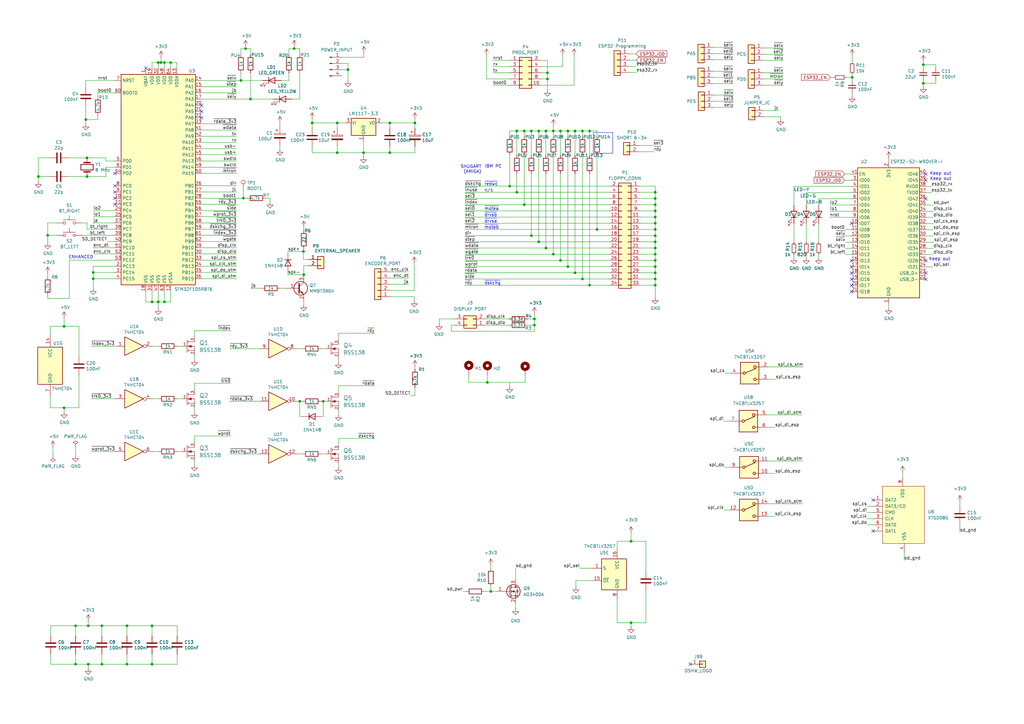
<source format=kicad_sch>
(kicad_sch (version 20230121) (generator eeschema)

  (uuid 6c7ae024-2559-4f5f-b740-5250220cff1a)

  (paper "A3")

  (title_block
    (title "SweFlopsMini")
    (date "2024-01-28")
    (rev "1.04")
    (company "Sweproj")
    (comment 1 "Based on schematics by H.M")
    (comment 2 "Licensed under CERN OHL v.1.2")
  )

  

  (junction (at 226.949 104.267) (diameter 0) (color 0 0 0 0)
    (uuid 040066ea-c5fb-4e83-b7ca-14b455995f53)
  )
  (junction (at 38.227 111.76) (diameter 0) (color 0 0 0 0)
    (uuid 0c23ca9f-e1c0-4531-bb3b-0f7a889ef0a0)
  )
  (junction (at 223.901 53.721) (diameter 0) (color 0 0 0 0)
    (uuid 1054fc3d-6354-4441-a3f9-74f0473b5edd)
  )
  (junction (at 132.588 164.592) (diameter 0) (color 0 0 0 0)
    (uuid 18327814-d0c7-4e2c-a638-b87c9fa342ba)
  )
  (junction (at 100.711 19.939) (diameter 0) (color 0 0 0 0)
    (uuid 1af37b26-a42d-4153-b427-f2546d2dee0e)
  )
  (junction (at 378.714 34.163) (diameter 0) (color 0 0 0 0)
    (uuid 1b725126-2256-49c1-8363-945686b28f40)
  )
  (junction (at 35.687 64.77) (diameter 0) (color 0 0 0 0)
    (uuid 1c05fd3c-8586-44f3-ba54-5d4390a7862c)
  )
  (junction (at 268.732 78.867) (diameter 0) (color 0 0 0 0)
    (uuid 2079287e-f511-4528-b0cc-d1b6a83a0c0c)
  )
  (junction (at 67.437 25.654) (diameter 0) (color 0 0 0 0)
    (uuid 260730b9-f078-48c0-8056-52fe112e6497)
  )
  (junction (at 224.536 29.845) (diameter 0) (color 0 0 0 0)
    (uuid 296a4fda-0ce3-44e6-a627-1f0a5e13c005)
  )
  (junction (at 15.748 72.39) (diameter 0) (color 0 0 0 0)
    (uuid 2e30c2e6-8718-4510-8a45-93d4fa0c1413)
  )
  (junction (at 64.897 123.825) (diameter 0) (color 0 0 0 0)
    (uuid 3651d252-7dec-4686-ba2f-dc85265c90d9)
  )
  (junction (at 35.687 72.39) (diameter 0) (color 0 0 0 0)
    (uuid 3d8aaf85-2e03-4e99-8a87-e210b3ee98f0)
  )
  (junction (at 142.7226 28.575) (diameter 0) (color 0 0 0 0)
    (uuid 3decbd1f-c75c-46c8-a13c-91c6881b5cf4)
  )
  (junction (at 122.936 164.592) (diameter 0) (color 0 0 0 0)
    (uuid 40814f7e-4ab7-4867-8498-f862833b9bb6)
  )
  (junction (at 268.732 101.727) (diameter 0) (color 0 0 0 0)
    (uuid 475ac029-3be1-4cd3-944b-24c3a6fe850c)
  )
  (junction (at 19.558 96.52) (diameter 0) (color 0 0 0 0)
    (uuid 4924e0e9-ad1f-4077-b3b3-2c6d1712e69d)
  )
  (junction (at 268.732 111.887) (diameter 0) (color 0 0 0 0)
    (uuid 4a5b02f8-6d24-4028-be0c-f7108772c19d)
  )
  (junction (at 211.963 78.867) (diameter 0) (color 0 0 0 0)
    (uuid 4c5885c9-de95-40a8-9b9e-a407843a7c59)
  )
  (junction (at 241.808 116.967) (diameter 0) (color 0 0 0 0)
    (uuid 4d6a77f1-1c30-4eeb-9d53-42e68802c6fc)
  )
  (junction (at 64.897 25.654) (diameter 0) (color 0 0 0 0)
    (uuid 4ea1825a-419e-4dcd-9c7d-37f4139c72bb)
  )
  (junction (at 268.732 99.187) (diameter 0) (color 0 0 0 0)
    (uuid 51bd5573-4c97-4a0b-8e91-86f19072f235)
  )
  (junction (at 124.46 103.124) (diameter 0) (color 0 0 0 0)
    (uuid 5362b80d-3edc-45c0-89bb-d5cd08b7b22d)
  )
  (junction (at 35.179 49.022) (diameter 0) (color 0 0 0 0)
    (uuid 57aeb026-9695-4ec9-aeb9-a71f9f7aaffc)
  )
  (junction (at 235.839 53.721) (diameter 0) (color 0 0 0 0)
    (uuid 5c1128a7-5823-44d7-be0a-d7b0e257ec62)
  )
  (junction (at 268.732 89.027) (diameter 0) (color 0 0 0 0)
    (uuid 5f1b9618-1dab-4268-a518-25dec293e17f)
  )
  (junction (at 232.918 109.347) (diameter 0) (color 0 0 0 0)
    (uuid 62f4a339-67f0-4122-8d00-cf9e3a52c588)
  )
  (junction (at 120.65 19.939) (diameter 0) (color 0 0 0 0)
    (uuid 69272744-c2b9-4cc7-91e5-7f2dcf25a2f3)
  )
  (junction (at 217.932 96.647) (diameter 0) (color 0 0 0 0)
    (uuid 6daf67a0-533b-4dde-86f4-ca0b8c40fb12)
  )
  (junction (at 102.743 40.64) (diameter 0) (color 0 0 0 0)
    (uuid 718f1ebe-4732-4a77-8a11-281170edc515)
  )
  (junction (at 268.732 104.267) (diameter 0) (color 0 0 0 0)
    (uuid 71923976-7ee1-414e-b56a-f923b0d6b595)
  )
  (junction (at 66.04 25.654) (diameter 0) (color 0 0 0 0)
    (uuid 728ab263-a085-4483-8474-69c06edf943b)
  )
  (junction (at 224.536 32.385) (diameter 0) (color 0 0 0 0)
    (uuid 7cd64188-766b-4f5d-b90d-1c25fa3cb010)
  )
  (junction (at 41.783 256.667) (diameter 0) (color 0 0 0 0)
    (uuid 7d334045-6688-44ed-80f3-1246a3165856)
  )
  (junction (at 258.826 255.397) (diameter 0) (color 0 0 0 0)
    (uuid 81bdb557-bb03-4c5a-8395-0fcb1f21764c)
  )
  (junction (at 67.437 123.825) (diameter 0) (color 0 0 0 0)
    (uuid 836fb985-8503-4531-9bde-db45d208821d)
  )
  (junction (at 98.806 33.02) (diameter 0) (color 0 0 0 0)
    (uuid 88a6e99f-ddee-44f5-879d-0e7c99f4b5f6)
  )
  (junction (at 52.07 272.415) (diameter 0) (color 0 0 0 0)
    (uuid 8a72e3ab-1dbe-433d-bdbe-f9b2ba4ac50e)
  )
  (junction (at 30.988 272.415) (diameter 0) (color 0 0 0 0)
    (uuid 8b376610-8dcb-4a55-bca7-c30db9af078c)
  )
  (junction (at 128.016 50.419) (diameter 0) (color 0 0 0 0)
    (uuid 9313f329-a951-429c-b53b-b012dd5ccb7a)
  )
  (junction (at 244.856 94.107) (diameter 0) (color 0 0 0 0)
    (uuid 959dc508-2399-48e6-a2bf-ac1e20809a96)
  )
  (junction (at 235.839 111.887) (diameter 0) (color 0 0 0 0)
    (uuid 9608eeab-b9bd-4e54-9776-749978ea055d)
  )
  (junction (at 378.714 26.543) (diameter 0) (color 0 0 0 0)
    (uuid 97369428-5d71-41e5-b9e1-e919cdb54e27)
  )
  (junction (at 268.732 106.807) (diameter 0) (color 0 0 0 0)
    (uuid 97ff7bcb-d4c0-4e16-9cd2-1ae936d5a745)
  )
  (junction (at 268.732 109.347) (diameter 0) (color 0 0 0 0)
    (uuid 9c19cf1b-7097-4b58-85a6-d9f8c32f363f)
  )
  (junction (at 258.826 221.996) (diameter 0) (color 0 0 0 0)
    (uuid a3d9be0e-f370-47d3-aa79-a71b2242e6b4)
  )
  (junction (at 170.18 50.419) (diameter 0) (color 0 0 0 0)
    (uuid a4336e88-13ba-4122-b81c-bf04700c252a)
  )
  (junction (at 268.732 114.427) (diameter 0) (color 0 0 0 0)
    (uuid a855221b-3fd2-4133-80d4-a6a02a20077d)
  )
  (junction (at 215.011 83.947) (diameter 0) (color 0 0 0 0)
    (uuid a92f5c0b-9175-4b21-891c-14027f4de620)
  )
  (junction (at 99.822 81.28) (diameter 0) (color 0 0 0 0)
    (uuid ade34edb-376c-4889-823c-5bbd13fc9f0b)
  )
  (junction (at 223.901 101.727) (diameter 0) (color 0 0 0 0)
    (uuid aec901c7-0061-4944-b8fc-49a8faba400a)
  )
  (junction (at 349.504 31.75) (diameter 0) (color 0 0 0 0)
    (uuid afc8b8f4-7b6c-4e04-8376-99153bde66be)
  )
  (junction (at 220.98 99.187) (diameter 0) (color 0 0 0 0)
    (uuid b5df6ee1-f89f-40c7-970c-d17f0389850d)
  )
  (junction (at 199.898 156.845) (diameter 0) (color 0 0 0 0)
    (uuid b5f69a8f-0e97-47e6-8029-24bf0d467e9d)
  )
  (junction (at 219.202 133.35) (diameter 0) (color 0 0 0 0)
    (uuid b63614f2-f191-4acf-9f31-cbf7d22f12db)
  )
  (junction (at 226.949 53.721) (diameter 0) (color 0 0 0 0)
    (uuid b9a304f1-805d-4a4b-913c-102f464a6466)
  )
  (junction (at 211.963 53.721) (diameter 0) (color 0 0 0 0)
    (uuid bb1f2c79-0098-46b9-858b-b1455960fd95)
  )
  (junction (at 238.887 114.427) (diameter 0) (color 0 0 0 0)
    (uuid bca8a2ce-d92a-4d2f-8714-cda5898f2dc3)
  )
  (junction (at 26.289 133.858) (diameter 0) (color 0 0 0 0)
    (uuid bed24c39-e6a3-44bc-b476-ac3bd4edcebe)
  )
  (junction (at 38.227 114.3) (diameter 0) (color 0 0 0 0)
    (uuid bf880a4d-f631-4f99-a6ce-385a31430107)
  )
  (junction (at 209.042 76.327) (diameter 0) (color 0 0 0 0)
    (uuid c156114f-50f2-4d5e-ab42-94939ae30371)
  )
  (junction (at 159.893 62.611) (diameter 0) (color 0 0 0 0)
    (uuid c47da14a-734f-4041-b1c0-340ec490b34e)
  )
  (junction (at 62.357 123.825) (diameter 0) (color 0 0 0 0)
    (uuid c48105f2-f663-4f94-8e32-57800ea51f7e)
  )
  (junction (at 138.303 62.611) (diameter 0) (color 0 0 0 0)
    (uuid c58545ba-35f3-4fc6-93c7-5dfe9235537f)
  )
  (junction (at 268.732 96.647) (diameter 0) (color 0 0 0 0)
    (uuid ce0dc9ff-ec38-4373-808f-f9480d03c3b4)
  )
  (junction (at 238.887 53.721) (diameter 0) (color 0 0 0 0)
    (uuid cf6d16cf-e3cf-405b-811a-6c12354cd9ba)
  )
  (junction (at 201.295 242.57) (diameter 0) (color 0 0 0 0)
    (uuid d27b610b-ef04-4c11-80bf-8c9b12451311)
  )
  (junction (at 219.202 130.81) (diameter 0) (color 0 0 0 0)
    (uuid d3317900-2632-4275-b89c-919625e3effe)
  )
  (junction (at 268.732 81.407) (diameter 0) (color 0 0 0 0)
    (uuid d3bc1d9c-d634-448f-83a9-ba160f4b37a2)
  )
  (junction (at 138.303 50.419) (diameter 0) (color 0 0 0 0)
    (uuid d4b5866b-4bc0-4884-9394-6ebb77805fa1)
  )
  (junction (at 268.732 83.947) (diameter 0) (color 0 0 0 0)
    (uuid d7fd33f8-a223-4dd7-87ee-a67b32f29388)
  )
  (junction (at 62.357 272.415) (diameter 0) (color 0 0 0 0)
    (uuid d8c5c510-7065-4203-b773-675c6dc75e42)
  )
  (junction (at 241.808 53.721) (diameter 0) (color 0 0 0 0)
    (uuid dc399673-66b3-4fc4-8183-18e0fdd6b65a)
  )
  (junction (at 232.918 53.721) (diameter 0) (color 0 0 0 0)
    (uuid dc6eea1a-5256-4f89-adcb-97a2976a685a)
  )
  (junction (at 41.783 272.415) (diameter 0) (color 0 0 0 0)
    (uuid deee69e7-cbc8-4ed4-817d-6228f02e627f)
  )
  (junction (at 268.732 91.567) (diameter 0) (color 0 0 0 0)
    (uuid df49f106-5954-47fe-a2e5-3c49fb3fb368)
  )
  (junction (at 62.357 256.667) (diameter 0) (color 0 0 0 0)
    (uuid dfbf417b-e98a-46b5-88d6-e8331779ebec)
  )
  (junction (at 30.988 256.667) (diameter 0) (color 0 0 0 0)
    (uuid dff531ec-5341-4317-9d46-b4c2ecfee490)
  )
  (junction (at 215.011 53.721) (diameter 0) (color 0 0 0 0)
    (uuid e169ff3a-9f78-441b-8c45-79974d783784)
  )
  (junction (at 36.195 256.667) (diameter 0) (color 0 0 0 0)
    (uuid e305d4b0-beeb-4350-b27f-4e4fe3d59f17)
  )
  (junction (at 26.289 167.259) (diameter 0) (color 0 0 0 0)
    (uuid e63dee55-0fab-49a9-8128-a6d0b871f4e3)
  )
  (junction (at 36.195 272.415) (diameter 0) (color 0 0 0 0)
    (uuid e6ba7a56-1a55-4b18-ad00-d563c40502ba)
  )
  (junction (at 69.977 25.654) (diameter 0) (color 0 0 0 0)
    (uuid e71eb050-7f34-45f1-ba43-8abb3c27924f)
  )
  (junction (at 159.893 50.419) (diameter 0) (color 0 0 0 0)
    (uuid e7c922e9-affe-4d13-8fce-eac0f1759b3c)
  )
  (junction (at 268.732 86.487) (diameter 0) (color 0 0 0 0)
    (uuid e7f7122f-9ce7-4488-9ddb-9a95d891cdf0)
  )
  (junction (at 220.98 53.721) (diameter 0) (color 0 0 0 0)
    (uuid ebf575a5-1389-41be-963d-33dcbe4a5247)
  )
  (junction (at 268.732 116.967) (diameter 0) (color 0 0 0 0)
    (uuid f217d5e7-d2af-4a0c-b7f0-1cc52c85f6e4)
  )
  (junction (at 217.932 53.721) (diameter 0) (color 0 0 0 0)
    (uuid f4175765-5de7-4183-9aa5-f6b37445dd35)
  )
  (junction (at 229.87 106.807) (diameter 0) (color 0 0 0 0)
    (uuid f4aed8a8-c15c-4467-8b62-ad218528e0a3)
  )
  (junction (at 124.587 112.649) (diameter 0) (color 0 0 0 0)
    (uuid f5b23b4d-c0fc-4221-ba1b-40595eec1dec)
  )
  (junction (at 268.732 94.107) (diameter 0) (color 0 0 0 0)
    (uuid f656ce91-9ecd-4f52-ad93-e84ee6edc4cd)
  )
  (junction (at 149.098 62.611) (diameter 0) (color 0 0 0 0)
    (uuid f8b2d9ae-aa0d-4b9a-84e5-39bf5ddce135)
  )
  (junction (at 52.07 256.667) (diameter 0) (color 0 0 0 0)
    (uuid ff908e4a-3e69-4a02-82f0-8affec637192)
  )
  (junction (at 229.87 53.721) (diameter 0) (color 0 0 0 0)
    (uuid ffcdc2da-2dd6-4861-b8e9-2fe0153717ff)
  )

  (no_connect (at 82.677 48.26) (uuid 07e13eea-8c65-4911-a99f-530ae1ebbc79))
  (no_connect (at 59.817 27.94) (uuid 09ee85ae-777f-4013-97d0-c8869b13e30c))
  (no_connect (at 47.117 76.2) (uuid 0c10d070-63aa-4231-b2eb-4c2aa6df754c))
  (no_connect (at 349.25 117.094) (uuid 252dbabc-22a9-4fc7-81bf-4e8d223bf5bf))
  (no_connect (at 47.117 81.28) (uuid 3abbdb84-7b3f-4ffd-9c00-b7610323a9dc))
  (no_connect (at 379.73 106.934) (uuid 40d4fa98-d0dc-4c66-8888-3d29c65c9ed2))
  (no_connect (at 349.25 91.694) (uuid 4ba15b7d-046c-4a10-8b8f-de1e9add4ae6))
  (no_connect (at 47.117 78.74) (uuid 4ce2168e-ef6b-40cc-9bdd-b009c2f1128f))
  (no_connect (at 379.73 112.014) (uuid 5869d949-f35d-45df-b1b5-2aabbec97aa4))
  (no_connect (at 379.73 114.554) (uuid 60f31ba4-13b8-46e2-9d76-21862c7b59ac))
  (no_connect (at 82.677 45.72) (uuid 6b0e836a-c7ee-489c-8378-761ae0700acb))
  (no_connect (at 379.73 71.374) (uuid 71900485-18be-48a5-bdca-b6d5f4d7d918))
  (no_connect (at 349.25 112.014) (uuid 721a5295-d762-40b0-ba34-275a7cf7a8a5))
  (no_connect (at 349.25 119.634) (uuid 741eb185-f944-4026-b436-0dd8fc04b990))
  (no_connect (at 349.25 109.474) (uuid 85613e89-1123-49e0-8ff2-3ad418717586))
  (no_connect (at 358.14 217.805) (uuid 8ed58362-d152-4b55-9810-3cfc8a98357a))
  (no_connect (at 82.677 43.18) (uuid 92b1ceb0-60b3-466a-beb6-0004e4b95f04))
  (no_connect (at 283.083 272.415) (uuid 973c59c4-356f-4904-a5e0-05dd4234af43))
  (no_connect (at 379.73 73.914) (uuid a7a3ee93-a745-4720-b3f3-b16ec5871925))
  (no_connect (at 349.25 114.554) (uuid a9a94e7c-42fa-40b4-a184-c209dbe1a9a0))
  (no_connect (at 358.14 205.105) (uuid ccff1d65-fc87-4837-944c-52309df61255))
  (no_connect (at 47.117 71.12) (uuid d7619367-5f4f-43fd-9c4c-fafef691b25b))
  (no_connect (at 349.25 106.934) (uuid e2efbed1-bc12-4d28-bc58-2212344dd8d2))
  (no_connect (at 47.117 83.82) (uuid e7861644-faca-4c14-80ab-776139bf8036))
  (no_connect (at 379.73 81.534) (uuid f6818d71-835c-4a2d-acbf-fa973393f169))

  (wire (pts (xy 98.806 19.939) (xy 100.711 19.939))
    (stroke (width 0) (type default))
    (uuid 00ac5a44-b4bd-4d2d-a683-781d189502c9)
  )
  (wire (pts (xy 47.117 88.9) (xy 38.227 88.9))
    (stroke (width 0) (type default))
    (uuid 00fbb47c-ccab-4230-b0ed-a4d62339033e)
  )
  (wire (pts (xy 292.735 41.529) (xy 300.863 41.529))
    (stroke (width 0) (type default))
    (uuid 0194bf50-7dec-4ccf-9c68-af261a9277c3)
  )
  (wire (pts (xy 19.558 112.014) (xy 19.558 113.538))
    (stroke (width 0) (type default))
    (uuid 023de083-0402-4a0e-9f21-02e14341f49d)
  )
  (wire (pts (xy 330.708 91.694) (xy 330.708 99.314))
    (stroke (width 0) (type default))
    (uuid 025a103a-571c-4e20-afa5-12718deed72e)
  )
  (wire (pts (xy 215.011 56.007) (xy 215.011 53.721))
    (stroke (width 0) (type default))
    (uuid 028d9400-10ab-4cef-86e3-d7964c8b32be)
  )
  (wire (pts (xy 28.448 122.428) (xy 19.558 122.428))
    (stroke (width 0) (type default))
    (uuid 038dcb14-253f-405f-8cd9-edf677cdd1ed)
  )
  (wire (pts (xy 223.901 53.721) (xy 226.949 53.721))
    (stroke (width 0) (type default))
    (uuid 03e8f6c2-d30d-47b5-bb78-0139d13a5c2d)
  )
  (wire (pts (xy 47.117 109.22) (xy 38.227 109.22))
    (stroke (width 0) (type default))
    (uuid 03ece717-024c-45d1-bb4d-e94b35a0bfca)
  )
  (wire (pts (xy 20.574 137.287) (xy 20.574 133.858))
    (stroke (width 0) (type default))
    (uuid 0417b65e-e3ab-4504-bea2-e5287be3b9e2)
  )
  (wire (pts (xy 64.897 123.825) (xy 67.437 123.825))
    (stroke (width 0) (type default))
    (uuid 048de689-4a89-4ccd-b98f-831b8b15dc13)
  )
  (wire (pts (xy 47.117 106.68) (xy 28.448 106.68))
    (stroke (width 0) (type default))
    (uuid 04e22b05-e615-42f5-a542-8a599b56b0c4)
  )
  (wire (pts (xy 98.806 19.939) (xy 98.806 22.352))
    (stroke (width 0) (type default))
    (uuid 058b8a14-6d24-4848-a98d-2fa2cdc326bc)
  )
  (wire (pts (xy 378.714 26.543) (xy 383.794 26.543))
    (stroke (width 0) (type default))
    (uuid 064bb2f0-47cc-480f-bbf8-b8153aa80907)
  )
  (wire (pts (xy 38.227 109.22) (xy 38.227 111.76))
    (stroke (width 0) (type default))
    (uuid 06d8e0a3-2018-4ca4-9db9-72c9d0ccfe9a)
  )
  (wire (pts (xy 232.918 63.627) (xy 232.918 109.347))
    (stroke (width 0) (type default))
    (uuid 0741c380-f1d4-4b2b-84d2-0462118a270b)
  )
  (wire (pts (xy 142.7226 26.035) (xy 142.7226 28.575))
    (stroke (width 0) (type default))
    (uuid 075d7cdc-0ff8-4a79-b996-9bc2f7007a4a)
  )
  (wire (pts (xy 346.456 71.374) (xy 349.25 71.374))
    (stroke (width 0) (type default))
    (uuid 08153fc9-5946-4eae-9140-850eec86776f)
  )
  (wire (pts (xy 115.316 33.02) (xy 118.491 33.02))
    (stroke (width 0) (type default))
    (uuid 08578bbd-da5a-4ee9-851f-2568287e68c3)
  )
  (wire (pts (xy 82.677 38.1) (xy 97.028 38.1))
    (stroke (width 0) (type default))
    (uuid 087bc2ea-2ef5-484e-ae9f-59b06d36de72)
  )
  (wire (pts (xy 98.806 33.02) (xy 107.696 33.02))
    (stroke (width 0) (type default))
    (uuid 08beb69e-41aa-42f8-9594-326d36ca9283)
  )
  (wire (pts (xy 236.22 240.665) (xy 236.22 238.125))
    (stroke (width 0) (type default))
    (uuid 0a0436d8-1098-44bf-a72a-7a1c97c1ed58)
  )
  (wire (pts (xy 262.128 62.23) (xy 268.224 62.23))
    (stroke (width 0) (type default))
    (uuid 0a0639d1-d20b-46e8-8951-6ca1b6cacd26)
  )
  (wire (pts (xy 209.169 156.845) (xy 215.392 156.845))
    (stroke (width 0) (type default))
    (uuid 0ad2a21b-66e9-458d-9e65-e86688e7588c)
  )
  (wire (pts (xy 82.677 86.36) (xy 97.028 86.36))
    (stroke (width 0) (type default))
    (uuid 0afaaf78-8ee5-4322-8878-e342d61f8bbd)
  )
  (wire (pts (xy 79.756 178.816) (xy 94.615 178.816))
    (stroke (width 0) (type default))
    (uuid 0c4aae78-5639-4352-b306-6ad2fc0443cb)
  )
  (wire (pts (xy 106.426 143.002) (xy 94.234 143.002))
    (stroke (width 0) (type default))
    (uuid 0c65bc39-93db-49aa-8a79-8bc342f177d4)
  )
  (wire (pts (xy 35.687 72.39) (xy 27.94 72.39))
    (stroke (width 0) (type default))
    (uuid 0cc57e54-405b-4f3f-a6c4-17a5c09e93ac)
  )
  (wire (pts (xy 378.714 25.273) (xy 378.714 26.543))
    (stroke (width 0) (type default))
    (uuid 0cc9741f-1c06-460d-b2d6-be09a0503279)
  )
  (wire (pts (xy 149.098 58.039) (xy 149.098 62.611))
    (stroke (width 0) (type default))
    (uuid 0d6deea1-53e7-496c-b190-be1c2e7228b2)
  )
  (wire (pts (xy 211.963 78.867) (xy 249.936 78.867))
    (stroke (width 0) (type default))
    (uuid 0dbeb2fa-b8a3-41b1-889d-8305f200d943)
  )
  (wire (pts (xy 23.368 91.44) (xy 19.558 91.44))
    (stroke (width 0) (type default))
    (uuid 0dc1c36d-3c83-44e6-b98d-a8e47b04eb7e)
  )
  (wire (pts (xy 138.303 50.419) (xy 141.478 50.419))
    (stroke (width 0) (type default))
    (uuid 0e196f7a-9c53-419b-a64d-22b93e1125cb)
  )
  (wire (pts (xy 33.528 96.52) (xy 47.117 96.52))
    (stroke (width 0) (type default))
    (uuid 0e40e361-0930-424e-96d8-41607b889b58)
  )
  (wire (pts (xy 314.706 206.629) (xy 329.057 206.629))
    (stroke (width 0) (type default))
    (uuid 0e664f86-a1da-43ca-85ec-79b030f1ba9d)
  )
  (wire (pts (xy 268.732 96.647) (xy 268.732 99.187))
    (stroke (width 0) (type default))
    (uuid 0e91bae9-681e-49f6-bc31-a95adbda6022)
  )
  (wire (pts (xy 232.918 56.007) (xy 232.918 53.721))
    (stroke (width 0) (type default))
    (uuid 0f69b280-544b-419a-a25c-54622d3aaa1e)
  )
  (wire (pts (xy 160.02 114.046) (xy 167.64 114.046))
    (stroke (width 0) (type default))
    (uuid 0fd78848-51c1-4633-8b1e-04626e2b62c0)
  )
  (wire (pts (xy 199.517 22.606) (xy 199.517 32.385))
    (stroke (width 0) (type default))
    (uuid 103029c5-3b52-49c9-a611-189315473a7f)
  )
  (wire (pts (xy 292.608 29.21) (xy 300.736 29.21))
    (stroke (width 0) (type default))
    (uuid 1097dec6-985d-4bf1-944b-a088cbd6d952)
  )
  (wire (pts (xy 26.289 133.858) (xy 26.289 130.429))
    (stroke (width 0) (type default))
    (uuid 109c0628-01b5-43ff-b198-9afa5f6efa79)
  )
  (wire (pts (xy 244.856 63.627) (xy 244.856 94.107))
    (stroke (width 0) (type default))
    (uuid 11186c4d-e5f8-469b-9c99-55907902fcad)
  )
  (wire (pts (xy 20.828 256.667) (xy 30.988 256.667))
    (stroke (width 0) (type default))
    (uuid 11894ccb-bff8-40c8-ba2a-557fb3f1e335)
  )
  (wire (pts (xy 82.677 35.56) (xy 97.028 35.56))
    (stroke (width 0) (type default))
    (uuid 118c0019-cbfb-48d2-9c0d-c4035f8a4fb4)
  )
  (wire (pts (xy 216.408 130.81) (xy 219.202 130.81))
    (stroke (width 0) (type default))
    (uuid 11a4747a-cf62-4518-bfab-a9bfdd30e79a)
  )
  (wire (pts (xy 119.761 40.64) (xy 122.936 40.64))
    (stroke (width 0) (type default))
    (uuid 1258305c-3d22-4bb9-af83-7fc47d36695d)
  )
  (wire (pts (xy 209.169 29.845) (xy 202.184 29.845))
    (stroke (width 0) (type default))
    (uuid 12d1cf1b-edaa-4571-8883-1aac71db4774)
  )
  (wire (pts (xy 138.303 60.198) (xy 138.303 62.611))
    (stroke (width 0) (type default))
    (uuid 13f0cc9d-677c-46a2-86ef-20440434559a)
  )
  (wire (pts (xy 262.636 81.407) (xy 268.732 81.407))
    (stroke (width 0) (type default))
    (uuid 13fc050b-9437-4f98-ba4e-ee3648d77e3a)
  )
  (wire (pts (xy 47.371 185.166) (xy 37.465 185.166))
    (stroke (width 0) (type default))
    (uuid 144774cd-65c4-4b3e-ade6-2bd17d52700f)
  )
  (wire (pts (xy 47.371 163.576) (xy 37.465 163.576))
    (stroke (width 0) (type default))
    (uuid 14718b7e-5b6b-4ef0-8cfb-9ae28ca97971)
  )
  (wire (pts (xy 192.278 156.845) (xy 199.898 156.845))
    (stroke (width 0) (type default))
    (uuid 1504c0f6-af49-4d2a-bb06-0d9660839e83)
  )
  (wire (pts (xy 262.636 101.727) (xy 268.732 101.727))
    (stroke (width 0) (type default))
    (uuid 154ffb85-f4d6-4321-8a16-208338aa4cc8)
  )
  (wire (pts (xy 32.385 133.858) (xy 32.385 146.304))
    (stroke (width 0) (type default))
    (uuid 15596a38-efe6-43e3-847c-a14ee5881713)
  )
  (wire (pts (xy 124.587 123.317) (xy 124.587 124.968))
    (stroke (width 0) (type default))
    (uuid 15881230-b19e-49c0-8586-fe7af4171e09)
  )
  (wire (pts (xy 102.743 29.972) (xy 102.743 40.64))
    (stroke (width 0) (type default))
    (uuid 15f15171-f944-4698-9cee-87efbf4fd289)
  )
  (wire (pts (xy 349.504 31.75) (xy 349.504 33.02))
    (stroke (width 0) (type default))
    (uuid 162e91e9-8d44-45b1-ae5d-be3bf5627435)
  )
  (wire (pts (xy 215.392 156.845) (xy 215.392 154.051))
    (stroke (width 0) (type default))
    (uuid 16eea723-9337-428a-81c2-d75d44b8bfec)
  )
  (wire (pts (xy 124.587 112.649) (xy 124.587 113.157))
    (stroke (width 0) (type default))
    (uuid 16f48916-851c-4ea1-b333-c8614f5f677f)
  )
  (wire (pts (xy 190.627 104.267) (xy 226.949 104.267))
    (stroke (width 0) (type default))
    (uuid 17338421-c80b-4afe-8049-e94078a93ccf)
  )
  (wire (pts (xy 79.756 135.636) (xy 94.615 135.636))
    (stroke (width 0) (type default))
    (uuid 17894fb3-67a3-4290-9b9a-272e17d9514a)
  )
  (wire (pts (xy 190.627 106.807) (xy 229.87 106.807))
    (stroke (width 0) (type default))
    (uuid 1835f6f6-25a5-4cc1-8cec-af736f40d335)
  )
  (wire (pts (xy 122.936 164.592) (xy 124.079 164.592))
    (stroke (width 0) (type default))
    (uuid 18692cff-9cfc-4c8d-80f4-1190a996b99a)
  )
  (wire (pts (xy 138.811 179.832) (xy 153.67 179.832))
    (stroke (width 0) (type default))
    (uuid 1893b93e-c9c1-4043-9963-8474032b387d)
  )
  (wire (pts (xy 41.783 268.351) (xy 41.783 272.415))
    (stroke (width 0) (type default))
    (uuid 1923b193-8e99-4d3d-b741-430642d307fc)
  )
  (wire (pts (xy 209.169 24.765) (xy 202.184 24.765))
    (stroke (width 0) (type default))
    (uuid 1994c711-3aed-4aa5-ba4a-9a8d3c24b50d)
  )
  (wire (pts (xy 220.98 63.627) (xy 220.98 99.187))
    (stroke (width 0) (type default))
    (uuid 1a30d197-2314-4f43-9131-7879c8b84362)
  )
  (polyline (pts (xy 251.333 54.356) (xy 251.333 62.865))
    (stroke (width 0) (type default))
    (uuid 1a5e886c-c9ce-4177-8c26-e08a2dba131e)
  )

  (wire (pts (xy 100.711 19.939) (xy 102.743 19.939))
    (stroke (width 0) (type default))
    (uuid 1a8a4898-6593-46f1-8a3c-9bc7f8a20fd1)
  )
  (wire (pts (xy 209.042 53.721) (xy 211.963 53.721))
    (stroke (width 0) (type default))
    (uuid 1b63dfcf-efb4-4123-b064-b4bc1bd57c39)
  )
  (wire (pts (xy 122.936 19.939) (xy 122.936 22.352))
    (stroke (width 0) (type default))
    (uuid 1b73509f-e494-4657-92ba-7262def26d0b)
  )
  (wire (pts (xy 244.856 94.107) (xy 249.936 94.107))
    (stroke (width 0) (type default))
    (uuid 1b8ee40e-257f-40ae-b3f1-d040a492cfd5)
  )
  (wire (pts (xy 209.042 56.007) (xy 209.042 53.721))
    (stroke (width 0) (type default))
    (uuid 1c8831de-e3d4-46b8-9de1-1aea7d461e5e)
  )
  (wire (pts (xy 30.988 272.415) (xy 36.195 272.415))
    (stroke (width 0) (type default))
    (uuid 1d31555c-aa76-4c97-bade-c9880678a3cd)
  )
  (wire (pts (xy 69.977 27.94) (xy 69.977 25.654))
    (stroke (width 0) (type default))
    (uuid 1d639301-e97e-4014-a9f2-0aac56d4605a)
  )
  (wire (pts (xy 313.182 34.925) (xy 321.31 34.925))
    (stroke (width 0) (type default))
    (uuid 1d776ba3-e4a0-4931-8777-60dd7223bf78)
  )
  (wire (pts (xy 241.808 53.721) (xy 244.856 53.721))
    (stroke (width 0) (type default))
    (uuid 1d90c28c-b8f4-4df0-9735-0de5f9a92fe5)
  )
  (wire (pts (xy 268.732 111.887) (xy 268.732 114.427))
    (stroke (width 0) (type default))
    (uuid 1decde92-6f1e-49d8-8293-680de64c39c6)
  )
  (wire (pts (xy 262.636 78.867) (xy 268.732 78.867))
    (stroke (width 0) (type default))
    (uuid 1e362956-8271-4be2-ac08-d0094455df6d)
  )
  (wire (pts (xy 82.677 68.58) (xy 97.028 68.58))
    (stroke (width 0) (type default))
    (uuid 1e6b919d-7204-4124-8ca8-80276f72be1b)
  )
  (wire (pts (xy 140.335 28.575) (xy 142.7226 28.575))
    (stroke (width 0) (type default))
    (uuid 1eaf753d-9ad3-4e57-af4d-b86a308763b2)
  )
  (wire (pts (xy 268.732 114.427) (xy 268.732 116.967))
    (stroke (width 0) (type default))
    (uuid 1f0c334a-65d2-4eda-83a0-3f81665dbff2)
  )
  (wire (pts (xy 98.806 29.972) (xy 98.806 33.02))
    (stroke (width 0) (type default))
    (uuid 21a9a837-ea5d-4f37-8bcc-b5a31cef11c0)
  )
  (wire (pts (xy 313.182 22.225) (xy 321.31 22.225))
    (stroke (width 0) (type default))
    (uuid 21c5c974-8c28-4ecf-a0e5-cc592104a734)
  )
  (wire (pts (xy 159.893 52.578) (xy 159.893 50.419))
    (stroke (width 0) (type default))
    (uuid 221043b3-e21b-490d-af65-f03d3d517c43)
  )
  (wire (pts (xy 349.504 30.48) (xy 349.504 31.75))
    (stroke (width 0) (type default))
    (uuid 223de97c-9493-490d-bcd0-4b080a1a74a4)
  )
  (wire (pts (xy 36.195 256.667) (xy 41.783 256.667))
    (stroke (width 0) (type default))
    (uuid 23532228-6c69-48e5-9c7f-fdf0dae42512)
  )
  (wire (pts (xy 346.71 96.774) (xy 349.25 96.774))
    (stroke (width 0) (type default))
    (uuid 239f3b46-7247-4397-9bed-6ab8a6c6e6c1)
  )
  (wire (pts (xy 211.963 71.247) (xy 211.963 78.867))
    (stroke (width 0) (type default))
    (uuid 23a81b3f-4317-473c-91e6-17813dc83d72)
  )
  (wire (pts (xy 67.437 25.654) (xy 69.977 25.654))
    (stroke (width 0) (type default))
    (uuid 24208d4e-1586-4e07-bf50-32e3f3718d5a)
  )
  (wire (pts (xy 268.732 86.487) (xy 268.732 89.027))
    (stroke (width 0) (type default))
    (uuid 2426dd32-19d6-41ac-9203-265a93cd31db)
  )
  (wire (pts (xy 72.644 163.576) (xy 74.676 163.576))
    (stroke (width 0) (type default))
    (uuid 25ddc17f-35ec-48ad-a3f7-7c82bf12085b)
  )
  (wire (pts (xy 138.811 146.812) (xy 138.811 148.463))
    (stroke (width 0) (type default))
    (uuid 25e66810-fe25-46b1-977d-85b692c7f9bd)
  )
  (wire (pts (xy 201.295 240.665) (xy 201.295 242.57))
    (stroke (width 0) (type default))
    (uuid 267df029-2613-477f-a3b8-3a63c77a4c72)
  )
  (wire (pts (xy 364.49 124.714) (xy 364.49 126.238))
    (stroke (width 0) (type default))
    (uuid 2725a769-202b-4cee-81c0-607d580a78d8)
  )
  (wire (pts (xy 69.977 119.38) (xy 69.977 123.825))
    (stroke (width 0) (type default))
    (uuid 27821498-bca2-41f7-bd1b-2e8d77b6866b)
  )
  (wire (pts (xy 190.627 89.027) (xy 249.936 89.027))
    (stroke (width 0) (type default))
    (uuid 27f582ed-84b3-493d-9252-5efb9895e1dd)
  )
  (wire (pts (xy 215.011 53.721) (xy 217.932 53.721))
    (stroke (width 0) (type default))
    (uuid 27fdde74-5820-4453-a2a0-460dd29c6578)
  )
  (wire (pts (xy 121.666 186.182) (xy 124.079 186.182))
    (stroke (width 0) (type default))
    (uuid 287012eb-452a-4f95-82b0-f3fe72b21ef2)
  )
  (wire (pts (xy 346.456 73.914) (xy 349.25 73.914))
    (stroke (width 0) (type default))
    (uuid 293095c9-3e0d-4638-8da3-fd74b00715e5)
  )
  (wire (pts (xy 226.949 53.721) (xy 226.949 56.007))
    (stroke (width 0) (type default))
    (uuid 297216de-c46f-42fc-a84a-77226ecc0423)
  )
  (wire (pts (xy 160.02 121.666) (xy 169.926 121.666))
    (stroke (width 0) (type default))
    (uuid 2a351177-5d7b-44c3-8543-775f40ca3072)
  )
  (wire (pts (xy 244.856 53.721) (xy 244.856 56.007))
    (stroke (width 0) (type default))
    (uuid 2a551494-f2b1-43c9-9b53-449cff925be0)
  )
  (wire (pts (xy 355.6 215.265) (xy 358.14 215.265))
    (stroke (width 0) (type default))
    (uuid 2a60d009-d976-4917-b4d7-6c76a41763fd)
  )
  (wire (pts (xy 292.608 21.971) (xy 300.736 21.971))
    (stroke (width 0) (type default))
    (uuid 2a79db7f-6313-4aee-84f6-26a34ff50707)
  )
  (wire (pts (xy 211.963 53.721) (xy 215.011 53.721))
    (stroke (width 0) (type default))
    (uuid 2a858da1-1901-4727-8ac0-1ad4002c0fc8)
  )
  (wire (pts (xy 36.195 254.635) (xy 36.195 256.667))
    (stroke (width 0) (type default))
    (uuid 2af8a7d5-11f7-4b0b-bd4f-05d1a457a5d2)
  )
  (wire (pts (xy 26.289 133.858) (xy 32.385 133.858))
    (stroke (width 0) (type default))
    (uuid 2b11516a-ff4a-41e1-a0db-3f53e668878f)
  )
  (wire (pts (xy 262.636 89.027) (xy 268.732 89.027))
    (stroke (width 0) (type default))
    (uuid 2b419b8c-a31b-49f8-b781-2de0a8f769c9)
  )
  (wire (pts (xy 220.98 56.007) (xy 220.98 53.721))
    (stroke (width 0) (type default))
    (uuid 2bba940d-3af3-4154-b70b-3bdc1234dc6f)
  )
  (wire (pts (xy 264.922 242.062) (xy 264.922 255.397))
    (stroke (width 0) (type default))
    (uuid 2bc00d32-0779-4509-9282-65d3e791c8cf)
  )
  (wire (pts (xy 268.732 76.327) (xy 268.732 78.867))
    (stroke (width 0) (type default))
    (uuid 2be26e35-72db-4694-9d50-48245f5a187d)
  )
  (wire (pts (xy 124.587 102.108) (xy 124.587 103.124))
    (stroke (width 0) (type default))
    (uuid 2c37978b-c14a-4185-b210-f2b69698b74b)
  )
  (wire (pts (xy 258.826 221.996) (xy 264.922 221.996))
    (stroke (width 0) (type default))
    (uuid 2c72b639-faa3-4c2f-8d79-af01b4fe1033)
  )
  (wire (pts (xy 220.98 53.721) (xy 223.901 53.721))
    (stroke (width 0) (type default))
    (uuid 2c8ab6fc-16e1-4548-a3b7-b92e662c2a6a)
  )
  (wire (pts (xy 229.87 63.627) (xy 229.87 53.721))
    (stroke (width 0) (type default))
    (uuid 2cbd7c2a-3fc3-48b8-b600-83d159d6e8bf)
  )
  (wire (pts (xy 47.117 33.02) (xy 35.179 33.02))
    (stroke (width 0) (type default))
    (uuid 2f0694f8-d6bc-40e5-b288-c15ade5f4725)
  )
  (wire (pts (xy 226.949 53.721) (xy 229.87 53.721))
    (stroke (width 0) (type default))
    (uuid 2f180fc5-042f-4276-9288-93553e81d27f)
  )
  (wire (pts (xy 82.677 93.98) (xy 97.028 93.98))
    (stroke (width 0) (type default))
    (uuid 2f484809-693d-45c5-967a-c45bcffa55ac)
  )
  (wire (pts (xy 40.132 49.022) (xy 35.179 49.022))
    (stroke (width 0) (type default))
    (uuid 2f526485-8a9b-48ad-a36a-dc653aa4e3c7)
  )
  (wire (pts (xy 330.708 78.994) (xy 330.708 84.074))
    (stroke (width 0) (type default))
    (uuid 2f77ce46-76e1-41ae-8a77-a836a78e85f1)
  )
  (wire (pts (xy 138.811 168.402) (xy 138.811 170.053))
    (stroke (width 0) (type default))
    (uuid 2f7b6c87-7a1c-4cd0-8489-0c4ba88f8fbb)
  )
  (wire (pts (xy 232.918 109.347) (xy 249.936 109.347))
    (stroke (width 0) (type default))
    (uuid 2fdc036b-51b7-4765-ae77-69905ddad1e3)
  )
  (wire (pts (xy 82.677 78.74) (xy 97.028 78.74))
    (stroke (width 0) (type default))
    (uuid 3093e660-b69a-4525-8b8d-40be3d33354c)
  )
  (wire (pts (xy 149.098 62.611) (xy 149.098 64.262))
    (stroke (width 0) (type default))
    (uuid 3208d4db-4bac-4439-8882-bdb9d291365c)
  )
  (wire (pts (xy 64.897 123.825) (xy 64.897 126.492))
    (stroke (width 0) (type default))
    (uuid 3214e1ea-1658-4057-9797-62894c44edde)
  )
  (wire (pts (xy 325.628 76.454) (xy 349.25 76.454))
    (stroke (width 0) (type default))
    (uuid 32e39499-d9b8-4696-b822-5a70a2d88290)
  )
  (wire (pts (xy 121.666 164.592) (xy 122.936 164.592))
    (stroke (width 0) (type default))
    (uuid 334ea891-11b9-4662-9390-c4d21015908a)
  )
  (wire (pts (xy 28.448 106.68) (xy 28.448 122.428))
    (stroke (width 0) (type default))
    (uuid 346ed3a5-4a19-4f9a-961d-0b2b9fc9db38)
  )
  (wire (pts (xy 268.732 109.347) (xy 268.732 111.887))
    (stroke (width 0) (type default))
    (uuid 34c1993d-b143-436d-9e87-db163e2a675b)
  )
  (wire (pts (xy 346.456 94.234) (xy 349.25 94.234))
    (stroke (width 0) (type default))
    (uuid 3510aa77-c4a5-4d50-b101-be07cc92f4c4)
  )
  (wire (pts (xy 138.811 136.652) (xy 153.67 136.652))
    (stroke (width 0) (type default))
    (uuid 35f93c13-c9de-49c4-a29d-415b424b173e)
  )
  (wire (pts (xy 268.732 94.107) (xy 268.732 96.647))
    (stroke (width 0) (type default))
    (uuid 367ba447-d530-4e8c-bb75-379724913361)
  )
  (wire (pts (xy 52.07 256.667) (xy 62.357 256.667))
    (stroke (width 0) (type default))
    (uuid 37777044-a57b-4777-8c1a-2ce91a9076dd)
  )
  (wire (pts (xy 313.182 19.685) (xy 321.31 19.685))
    (stroke (width 0) (type default))
    (uuid 37a76ff5-4afa-4c98-9e29-0b07cdb8ebf1)
  )
  (wire (pts (xy 258.826 221.996) (xy 258.826 218.567))
    (stroke (width 0) (type default))
    (uuid 388372ae-c12b-455c-ac7e-8f3c6e59539c)
  )
  (wire (pts (xy 314.833 189.103) (xy 329.184 189.103))
    (stroke (width 0) (type default))
    (uuid 39c3c2dc-7dd3-41e0-bdc2-5e39cc314dc3)
  )
  (wire (pts (xy 226.949 104.267) (xy 249.936 104.267))
    (stroke (width 0) (type default))
    (uuid 3a46fe66-ca81-4711-be58-034207727b4e)
  )
  (wire (pts (xy 47.371 141.986) (xy 37.465 141.986))
    (stroke (width 0) (type default))
    (uuid 3b066db1-5b5a-4401-944f-574d5636a5ff)
  )
  (wire (pts (xy 138.811 160.782) (xy 138.811 158.242))
    (stroke (width 0) (type default))
    (uuid 3b16a288-3ff3-4c60-9824-66b2722a624f)
  )
  (wire (pts (xy 335.788 91.694) (xy 335.788 99.314))
    (stroke (width 0) (type default))
    (uuid 3b7aeab7-38a8-4497-81dd-3ac1880eccfe)
  )
  (wire (pts (xy 201.295 242.57) (xy 203.835 242.57))
    (stroke (width 0) (type default))
    (uuid 3bdfe0fd-e5be-4b87-b221-05662590faf7)
  )
  (wire (pts (xy 379.73 86.614) (xy 382.778 86.614))
    (stroke (width 0) (type default))
    (uuid 3c4f34e7-1cf1-40e1-9f06-058eecf5336d)
  )
  (wire (pts (xy 138.811 189.992) (xy 138.811 191.643))
    (stroke (width 0) (type default))
    (uuid 3c6c0733-33db-44ad-acfa-2c644d68c7f1)
  )
  (wire (pts (xy 132.588 170.815) (xy 131.826 170.815))
    (stroke (width 0) (type default))
    (uuid 3caf6a20-dc42-4576-ad58-db95ca158f17)
  )
  (wire (pts (xy 262.636 111.887) (xy 268.732 111.887))
    (stroke (width 0) (type default))
    (uuid 3cc99bb9-c81c-427c-8a85-e4928b9810c4)
  )
  (wire (pts (xy 124.46 106.426) (xy 124.46 103.124))
    (stroke (width 0) (type default))
    (uuid 3d274fff-28a0-4256-bb19-b58754001f7c)
  )
  (wire (pts (xy 221.869 32.385) (xy 224.536 32.385))
    (stroke (width 0) (type default))
    (uuid 3dcf57cc-8db7-4f9d-9544-76bb93146412)
  )
  (wire (pts (xy 128.016 60.198) (xy 128.016 62.611))
    (stroke (width 0) (type default))
    (uuid 3f1821db-cec5-422a-a593-fa72242d4d7e)
  )
  (wire (pts (xy 190.627 94.107) (xy 244.856 94.107))
    (stroke (width 0) (type default))
    (uuid 3f5fe2e7-b136-4b96-a244-e5b12daad0cf)
  )
  (wire (pts (xy 38.227 114.3) (xy 38.227 118.237))
    (stroke (width 0) (type default))
    (uuid 3f709f56-199a-43a0-97ae-34a51075de1f)
  )
  (wire (pts (xy 217.932 71.247) (xy 217.932 96.647))
    (stroke (width 0) (type default))
    (uuid 3faad8c1-5d8e-4a1a-aca9-54e03c125e64)
  )
  (wire (pts (xy 199.517 32.385) (xy 209.169 32.385))
    (stroke (width 0) (type default))
    (uuid 402cea14-e798-4e81-8a8b-51da1d1c9bf0)
  )
  (wire (pts (xy 268.732 116.967) (xy 268.732 122.047))
    (stroke (width 0) (type default))
    (uuid 4079f9ff-8acc-46dc-a8f0-6b579d053a25)
  )
  (wire (pts (xy 268.732 78.867) (xy 268.732 81.407))
    (stroke (width 0) (type default))
    (uuid 412eb4c0-258d-433b-b23c-78b4585474c9)
  )
  (wire (pts (xy 349.504 38.1) (xy 349.504 39.37))
    (stroke (width 0) (type default))
    (uuid 414e41de-0861-4b48-8670-e7fa42061e32)
  )
  (wire (pts (xy 23.368 96.52) (xy 19.558 96.52))
    (stroke (width 0) (type default))
    (uuid 41ad584d-7a2c-45e5-94af-37d6225f9209)
  )
  (wire (pts (xy 185.1152 133.35) (xy 186.436 133.35))
    (stroke (width 0) (type default))
    (uuid 41c4f4f7-aaa9-4826-a59a-0c2efd5b2e19)
  )
  (wire (pts (xy 99.822 77.978) (xy 99.822 81.28))
    (stroke (width 0) (type default))
    (uuid 424e93d5-2699-41a7-bfac-b2185f5b6aee)
  )
  (wire (pts (xy 41.783 272.415) (xy 52.07 272.415))
    (stroke (width 0) (type default))
    (uuid 4312927b-1499-4c91-9ba2-95ede75c79ef)
  )
  (wire (pts (xy 114.935 118.237) (xy 116.967 118.237))
    (stroke (width 0) (type default))
    (uuid 43174058-7a96-4474-9573-229bf226a517)
  )
  (wire (pts (xy 66.04 25.654) (xy 67.437 25.654))
    (stroke (width 0) (type default))
    (uuid 435d55fa-acad-46ef-a3ca-74522edf1781)
  )
  (wire (pts (xy 223.901 71.247) (xy 223.901 101.727))
    (stroke (width 0) (type default))
    (uuid 4393e708-cc3b-4177-8457-b3e7116d62f8)
  )
  (wire (pts (xy 128.016 50.419) (xy 138.303 50.419))
    (stroke (width 0) (type default))
    (uuid 43ae7509-01c8-4a6a-9b76-dcd1c2b16112)
  )
  (wire (pts (xy 120.65 19.939) (xy 122.936 19.939))
    (stroke (width 0) (type default))
    (uuid 43e5760a-0f22-4516-ae19-c5bff5cc62a2)
  )
  (wire (pts (xy 217.932 96.647) (xy 249.936 96.647))
    (stroke (width 0) (type default))
    (uuid 4405557c-dee0-436b-8193-cc0d72ad6864)
  )
  (wire (pts (xy 170.18 62.611) (xy 170.18 60.198))
    (stroke (width 0) (type default))
    (uuid 44849e4c-4ec6-48d3-bdc4-a855eddbae10)
  )
  (wire (pts (xy 32.385 167.259) (xy 26.289 167.259))
    (stroke (width 0) (type default))
    (uuid 449d365b-4bf0-4f8b-b9e1-9f6ac8ff344f)
  )
  (wire (pts (xy 190.627 96.647) (xy 217.932 96.647))
    (stroke (width 0) (type default))
    (uuid 4537f70e-c4ee-42e5-8853-fbabe28d066e)
  )
  (wire (pts (xy 82.677 99.06) (xy 97.028 99.06))
    (stroke (width 0) (type default))
    (uuid 455ca02a-5b91-41c0-8dc0-94dde660e333)
  )
  (wire (pts (xy 47.117 91.44) (xy 38.227 91.44))
    (stroke (width 0) (type default))
    (uuid 4573c836-0884-4474-b9c0-4b1c48d6ac70)
  )
  (wire (pts (xy 219.202 130.81) (xy 219.202 133.35))
    (stroke (width 0) (type default))
    (uuid 45c42cb3-b5b1-46a0-9de2-2f1cf14e4b6e)
  )
  (wire (pts (xy 64.897 25.654) (xy 66.04 25.654))
    (stroke (width 0) (type default))
    (uuid 460498e8-fcc6-4b29-a62c-22f2cf3e04c9)
  )
  (wire (pts (xy 169.926 119.126) (xy 169.926 107.95))
    (stroke (width 0) (type default))
    (uuid 4681d309-3a39-4bd5-a571-dd1d2f8b4a00)
  )
  (wire (pts (xy 72.644 185.166) (xy 74.676 185.166))
    (stroke (width 0) (type default))
    (uuid 47178b0c-a30f-4f19-a789-8a6f14f8d963)
  )
  (wire (pts (xy 190.627 109.347) (xy 232.918 109.347))
    (stroke (width 0) (type default))
    (uuid 4787321d-a809-4c91-b1f7-4795be486ae2)
  )
  (wire (pts (xy 33.528 91.44) (xy 35.687 91.44))
    (stroke (width 0) (type default))
    (uuid 47ac115a-00fa-4532-a99f-1aa33e267ab6)
  )
  (wire (pts (xy 138.303 62.611) (xy 149.098 62.611))
    (stroke (width 0) (type default))
    (uuid 48485d41-c901-4e8d-a49d-ea35d0f2de67)
  )
  (wire (pts (xy 190.627 91.567) (xy 249.936 91.567))
    (stroke (width 0) (type default))
    (uuid 4a87a7de-3df9-466e-b42d-ebd58a33b340)
  )
  (wire (pts (xy 122.936 29.972) (xy 122.936 40.64))
    (stroke (width 0) (type default))
    (uuid 4b2b7fc8-18a0-4dc4-9a64-2334b2eeccdc)
  )
  (wire (pts (xy 241.808 71.247) (xy 241.808 116.967))
    (stroke (width 0) (type default))
    (uuid 4b77d25d-ce7b-44b3-8b66-278623e1b60f)
  )
  (wire (pts (xy 209.042 63.627) (xy 209.042 76.327))
    (stroke (width 0) (type default))
    (uuid 4bc07623-f534-462f-85e6-90676f6893be)
  )
  (wire (pts (xy 330.708 78.994) (xy 349.25 78.994))
    (stroke (width 0) (type default))
    (uuid 4bf42f45-6721-466e-ba26-ca363a6875d9)
  )
  (wire (pts (xy 258.191 27.178) (xy 260.985 27.178))
    (stroke (width 0) (type default))
    (uuid 4ccb00f5-5a8b-406e-8232-d99e61cac85d)
  )
  (wire (pts (xy 349.25 89.154) (xy 340.36 89.154))
    (stroke (width 0) (type default))
    (uuid 4ce8677b-814b-4122-ad62-ae97c120a334)
  )
  (wire (pts (xy 349.25 86.614) (xy 340.36 86.614))
    (stroke (width 0) (type default))
    (uuid 4cefd5cf-1a56-4344-925a-c2f0297a64bc)
  )
  (wire (pts (xy 64.897 119.38) (xy 64.897 123.825))
    (stroke (width 0) (type default))
    (uuid 4d23379f-ec88-42c6-a080-86a52734b45c)
  )
  (wire (pts (xy 313.436 45.339) (xy 319.405 45.339))
    (stroke (width 0) (type default))
    (uuid 4d5adf2e-fa1e-4871-940d-5dd9d5cb3d13)
  )
  (wire (pts (xy 379.73 78.994) (xy 382.016 78.994))
    (stroke (width 0) (type default))
    (uuid 4de072f6-53ba-4dea-a0d8-7b45efab8569)
  )
  (wire (pts (xy 82.677 60.96) (xy 97.028 60.96))
    (stroke (width 0) (type default))
    (uuid 4eb40723-a33e-4b5c-b2ae-ae20693fc8e5)
  )
  (wire (pts (xy 79.756 159.766) (xy 79.756 157.226))
    (stroke (width 0) (type default))
    (uuid 4f6a21fc-0586-410c-bba7-1b0902e91daf)
  )
  (wire (pts (xy 262.636 83.947) (xy 268.732 83.947))
    (stroke (width 0) (type default))
    (uuid 4f7e16b1-732e-4b0a-aab2-bdf1a2097cee)
  )
  (wire (pts (xy 237.871 233.045) (xy 242.951 233.045))
    (stroke (width 0) (type default))
    (uuid 51136a50-f347-49ea-8f12-bdf2c870fe09)
  )
  (wire (pts (xy 229.87 106.807) (xy 249.936 106.807))
    (stroke (width 0) (type default))
    (uuid 535a0c23-d871-42a4-bd1c-5a144985fa5b)
  )
  (wire (pts (xy 118.11 112.649) (xy 124.587 112.649))
    (stroke (width 0) (type default))
    (uuid 535cf954-68c0-44d5-95a8-b5435299e9e6)
  )
  (wire (pts (xy 20.828 268.351) (xy 20.828 272.415))
    (stroke (width 0) (type default))
    (uuid 5376e6b7-eddc-4215-acba-d5749aea9922)
  )
  (wire (pts (xy 131.699 186.182) (xy 133.731 186.182))
    (stroke (width 0) (type default))
    (uuid 53eb914c-693d-4ef8-9015-178478a244a7)
  )
  (wire (pts (xy 43.942 99.06) (xy 47.117 99.06))
    (stroke (width 0) (type default))
    (uuid 54211a1b-f83b-4a37-98ce-38bebcea9701)
  )
  (wire (pts (xy 379.73 96.774) (xy 382.778 96.774))
    (stroke (width 0) (type default))
    (uuid 56ce201d-a3f5-4533-aeb7-b48058dde917)
  )
  (wire (pts (xy 35.179 35.814) (xy 35.179 33.02))
    (stroke (width 0) (type default))
    (uuid 576df308-853e-424c-9683-5162f9563205)
  )
  (wire (pts (xy 66.04 23.495) (xy 66.04 25.654))
    (stroke (width 0) (type default))
    (uuid 57a6e5cb-c13e-41b5-bdfc-089fa663ac84)
  )
  (wire (pts (xy 128.016 62.611) (xy 138.303 62.611))
    (stroke (width 0) (type default))
    (uuid 581f49ee-82ab-41ad-bd6e-d67effaf77ac)
  )
  (wire (pts (xy 335.788 81.534) (xy 349.25 81.534))
    (stroke (width 0) (type default))
    (uuid 59241c1b-f7e1-42e8-9eda-277eb14a14f3)
  )
  (wire (pts (xy 383.794 26.543) (xy 383.794 27.813))
    (stroke (width 0) (type default))
    (uuid 5a0a9012-d858-4985-b2ca-807488c0721b)
  )
  (wire (pts (xy 100.711 19.05) (xy 100.711 19.939))
    (stroke (width 0) (type default))
    (uuid 5a860c80-1ed4-4497-b42f-738a14b4ba9a)
  )
  (wire (pts (xy 43.434 66.04) (xy 47.117 66.04))
    (stroke (width 0) (type default))
    (uuid 5adba178-be59-4d1a-802e-3ef760b90bf3)
  )
  (wire (pts (xy 79.756 188.976) (xy 79.756 190.627))
    (stroke (width 0) (type default))
    (uuid 5ae16909-a4d1-4621-b960-289c0dbc13e1)
  )
  (wire (pts (xy 253.111 245.745) (xy 253.111 255.397))
    (stroke (width 0) (type default))
    (uuid 5b03531e-7fb4-40fb-8c57-340cab442d37)
  )
  (wire (pts (xy 15.748 72.39) (xy 15.748 74.422))
    (stroke (width 0) (type default))
    (uuid 5b5cc0b9-236c-4273-b847-de43f7889f88)
  )
  (wire (pts (xy 82.677 83.82) (xy 97.028 83.82))
    (stroke (width 0) (type default))
    (uuid 5b7788c4-dfaf-44e6-8bac-e5b45de0afe7)
  )
  (wire (pts (xy 325.628 104.394) (xy 325.628 105.664))
    (stroke (width 0) (type default))
    (uuid 5c276d87-cd7f-4b73-b3cd-bd7a222b45eb)
  )
  (wire (pts (xy 229.87 53.721) (xy 232.918 53.721))
    (stroke (width 0) (type default))
    (uuid 5d619491-9492-4ce4-95e4-21e74c249008)
  )
  (wire (pts (xy 262.636 106.807) (xy 268.732 106.807))
    (stroke (width 0) (type default))
    (uuid 5d8036d6-71e7-48b9-a2e2-84d1200b7221)
  )
  (wire (pts (xy 110.744 81.28) (xy 110.744 82.804))
    (stroke (width 0) (type default))
    (uuid 5de56bff-2f81-4417-bfef-ebc979f83a9f)
  )
  (wire (pts (xy 106.426 164.592) (xy 94.234 164.592))
    (stroke (width 0) (type default))
    (uuid 5e3cf650-d6b1-400e-a774-d7ee7b5b3f7c)
  )
  (wire (pts (xy 82.677 96.52) (xy 97.028 96.52))
    (stroke (width 0) (type default))
    (uuid 5e4a25d4-b689-40f9-990e-10243c073a52)
  )
  (wire (pts (xy 378.714 32.893) (xy 378.714 34.163))
    (stroke (width 0) (type default))
    (uuid 5e4bb8ca-1418-45d3-890f-817e59f6aaf0)
  )
  (wire (pts (xy 107.315 118.237) (xy 102.997 118.237))
    (stroke (width 0) (type default))
    (uuid 5e6d6fd3-c4cf-45c7-b67a-f5908d160fd6)
  )
  (wire (pts (xy 64.897 27.94) (xy 64.897 25.654))
    (stroke (width 0) (type default))
    (uuid 5f47dd18-d399-4cf8-a34c-1951cce34bb8)
  )
  (wire (pts (xy 292.735 44.069) (xy 300.863 44.069))
    (stroke (width 0) (type default))
    (uuid 5f4b8cf8-556d-4f26-bf71-5bc01a10f7a4)
  )
  (wire (pts (xy 30.988 256.667) (xy 36.195 256.667))
    (stroke (width 0) (type default))
    (uuid 5fb4ddaf-d3fc-4632-9a03-7608b9d92caf)
  )
  (wire (pts (xy 236.22 238.125) (xy 242.951 238.125))
    (stroke (width 0) (type default))
    (uuid 60951c01-7639-4597-9d45-22eaccf84176)
  )
  (wire (pts (xy 217.932 53.721) (xy 220.98 53.721))
    (stroke (width 0) (type default))
    (uuid 60eff8e3-7fa8-4158-881c-598abe33c662)
  )
  (wire (pts (xy 62.357 256.667) (xy 62.357 260.731))
    (stroke (width 0) (type default))
    (uuid 60fa201f-ebec-46e0-a920-acc198a89123)
  )
  (wire (pts (xy 62.611 163.576) (xy 65.024 163.576))
    (stroke (width 0) (type default))
    (uuid 610ffb50-6fd9-41e3-bc2d-a6760cde936f)
  )
  (wire (pts (xy 82.677 50.8) (xy 97.028 50.8))
    (stroke (width 0) (type default))
    (uuid 619bb540-32a8-4d6e-9d23-f6c6e38c7882)
  )
  (wire (pts (xy 220.98 99.187) (xy 249.936 99.187))
    (stroke (width 0) (type default))
    (uuid 61cd9b8c-6c35-4834-a4a3-be8591896bb2)
  )
  (wire (pts (xy 190.627 101.727) (xy 223.901 101.727))
    (stroke (width 0) (type default))
    (uuid 61f87ab2-8a89-4d18-8784-511e058be4d4)
  )
  (wire (pts (xy 132.588 164.592) (xy 133.731 164.592))
    (stroke (width 0) (type default))
    (uuid 62b0ce6a-a6ae-49d4-9cf1-bd94d77cf589)
  )
  (wire (pts (xy 40.132 38.1) (xy 40.132 39.751))
    (stroke (width 0) (type default))
    (uuid 63c6e726-6d3b-4eaa-b99e-336f3549ca4d)
  )
  (wire (pts (xy 378.714 34.163) (xy 378.714 35.433))
    (stroke (width 0) (type default))
    (uuid 65b2d0fc-2e4e-48e3-9d69-17306ae8e571)
  )
  (wire (pts (xy 238.887 53.721) (xy 238.887 56.007))
    (stroke (width 0) (type default))
    (uuid 67302b35-e962-4321-99da-eba39429d578)
  )
  (wire (pts (xy 221.869 27.305) (xy 230.759 27.305))
    (stroke (width 0) (type default))
    (uuid 678434e5-5e8e-4bb9-ae96-eae001ba3cf7)
  )
  (wire (pts (xy 138.303 52.578) (xy 138.303 50.419))
    (stroke (width 0) (type default))
    (uuid 6787e3ef-f03c-43ae-a5e2-f04b22e09a0d)
  )
  (wire (pts (xy 47.117 86.36) (xy 38.227 86.36))
    (stroke (width 0) (type default))
    (uuid 67f2e7d9-c008-4037-9c63-157e833f3f0f)
  )
  (wire (pts (xy 229.87 71.247) (xy 229.87 106.807))
    (stroke (width 0) (type default))
    (uuid 68157ad1-a171-4fc7-93a4-70837c66bb29)
  )
  (wire (pts (xy 82.677 114.3) (xy 97.028 114.3))
    (stroke (width 0) (type default))
    (uuid 686f75c2-31d3-4058-8d62-5d2609a1316e)
  )
  (wire (pts (xy 262.636 94.107) (xy 268.732 94.107))
    (stroke (width 0) (type default))
    (uuid 6c4b35f3-7bd1-417e-bf6a-f9f9ace5f7ad)
  )
  (polyline (pts (xy 251.333 62.865) (xy 243.332 62.865))
    (stroke (width 0) (type default))
    (uuid 6c781fb0-1aae-4f1b-8ce5-3c01f6b8163c)
  )

  (wire (pts (xy 379.73 91.694) (xy 382.778 91.694))
    (stroke (width 0) (type default))
    (uuid 6d47cbde-cac6-4d3b-bbe3-ca6529cd8c7e)
  )
  (wire (pts (xy 82.677 53.34) (xy 97.028 53.34))
    (stroke (width 0) (type default))
    (uuid 6e6eda48-5c4c-4e34-bb60-9a7d37bae300)
  )
  (wire (pts (xy 79.756 157.226) (xy 94.615 157.226))
    (stroke (width 0) (type default))
    (uuid 6ef952ad-f41c-455e-bb74-13b9d2b96310)
  )
  (wire (pts (xy 128.016 48.768) (xy 128.016 50.419))
    (stroke (width 0) (type default))
    (uuid 6f2b6ce9-e5ab-49c0-babe-e9dbb51b9c2b)
  )
  (wire (pts (xy 131.699 143.002) (xy 133.731 143.002))
    (stroke (width 0) (type default))
    (uuid 6f464db8-1d6e-4dbf-8fe7-e4cd01c65985)
  )
  (wire (pts (xy 235.839 53.721) (xy 238.887 53.721))
    (stroke (width 0) (type default))
    (uuid 6f597f37-65d5-4bec-b23c-e0e312269c19)
  )
  (wire (pts (xy 262.636 109.347) (xy 268.732 109.347))
    (stroke (width 0) (type default))
    (uuid 6f93c7a6-2c33-481d-b4aa-6bf2c4fe781c)
  )
  (wire (pts (xy 126.492 106.426) (xy 124.46 106.426))
    (stroke (width 0) (type default))
    (uuid 6fa3499f-1050-4fbc-b0e4-cb8d1c231f8b)
  )
  (wire (pts (xy 131.699 164.592) (xy 132.588 164.592))
    (stroke (width 0) (type default))
    (uuid 7035eef7-5fa0-40c8-b440-6289322a0751)
  )
  (wire (pts (xy 138.811 139.192) (xy 138.811 136.652))
    (stroke (width 0) (type default))
    (uuid 70715620-60f6-4397-8464-3986a248c1d6)
  )
  (wire (pts (xy 62.357 123.825) (xy 59.817 123.825))
    (stroke (width 0) (type default))
    (uuid 7215f5c5-d771-48fa-84c4-24f92ae76a66)
  )
  (wire (pts (xy 330.708 104.394) (xy 330.708 105.664))
    (stroke (width 0) (type default))
    (uuid 7301aac7-19c9-4584-9cd6-04796c6caabe)
  )
  (wire (pts (xy 159.893 60.198) (xy 159.893 62.611))
    (stroke (width 0) (type default))
    (uuid 7359a0fa-1456-4426-834c-af0d671cb0c3)
  )
  (wire (pts (xy 160.02 119.126) (xy 169.926 119.126))
    (stroke (width 0) (type default))
    (uuid 73940720-8f43-499e-8240-e6a37138c9cf)
  )
  (wire (pts (xy 62.357 119.38) (xy 62.357 123.825))
    (stroke (width 0) (type default))
    (uuid 7401beae-f3ac-475f-9ad1-cc3598954327)
  )
  (wire (pts (xy 19.558 121.158) (xy 19.558 122.428))
    (stroke (width 0) (type default))
    (uuid 74185cc4-0a02-4a04-b94a-224e80f180f4)
  )
  (wire (pts (xy 198.755 242.57) (xy 201.295 242.57))
    (stroke (width 0) (type default))
    (uuid 7495fd14-644c-4f9e-b56b-bf66faa4444c)
  )
  (wire (pts (xy 292.608 31.75) (xy 300.736 31.75))
    (stroke (width 0) (type default))
    (uuid 74ad1f93-b8bf-49d5-baac-c00eeeea72f5)
  )
  (wire (pts (xy 314.579 170.18) (xy 328.93 170.18))
    (stroke (width 0) (type default))
    (uuid 74dd7a77-6e39-4771-baca-3960ccb8659b)
  )
  (wire (pts (xy 379.73 84.074) (xy 382.778 84.074))
    (stroke (width 0) (type default))
    (uuid 74ed77de-ab9a-44fe-8c5c-2efc6c7c9c87)
  )
  (wire (pts (xy 349.25 84.074) (xy 340.36 84.074))
    (stroke (width 0) (type default))
    (uuid 753c22d6-de46-4fd6-9354-ad484244864a)
  )
  (wire (pts (xy 393.7 215.265) (xy 393.7 218.44))
    (stroke (width 0) (type default))
    (uuid 7556e2ee-1290-430a-8f28-aab95218938d)
  )
  (wire (pts (xy 159.893 62.611) (xy 170.18 62.611))
    (stroke (width 0) (type default))
    (uuid 76aa7484-24d2-43e9-9b6a-8d094fe64949)
  )
  (wire (pts (xy 235.839 71.247) (xy 235.839 111.887))
    (stroke (width 0) (type default))
    (uuid 778c32d6-d132-412c-afe7-47a5fd00c0a3)
  )
  (wire (pts (xy 313.182 24.765) (xy 321.31 24.765))
    (stroke (width 0) (type default))
    (uuid 786b6409-d136-4c7a-b05a-15430e8e6ff9)
  )
  (wire (pts (xy 82.677 101.6) (xy 97.028 101.6))
    (stroke (width 0) (type default))
    (uuid 786fa44a-090f-4f1f-9e51-58aba064fc6a)
  )
  (wire (pts (xy 180.1368 130.81) (xy 186.436 130.81))
    (stroke (width 0) (type default))
    (uuid 789acc94-ac0a-43f5-aa23-99449082710a)
  )
  (wire (pts (xy 121.666 143.002) (xy 124.079 143.002))
    (stroke (width 0) (type default))
    (uuid 78ef5bc2-6525-43f1-a1bf-b0efdcfcd0dd)
  )
  (wire (pts (xy 43.434 68.58) (xy 43.434 72.39))
    (stroke (width 0) (type default))
    (uuid 7a408401-d2cb-4ea8-ab31-10d8b7ab900e)
  )
  (wire (pts (xy 190.627 78.867) (xy 211.963 78.867))
    (stroke (width 0) (type default))
    (uuid 7a4e49b8-94a2-45fa-93d0-bf41fdb3ee45)
  )
  (wire (pts (xy 67.437 27.94) (xy 67.437 25.654))
    (stroke (width 0) (type default))
    (uuid 7ad94457-58e0-4a39-ae0e-d0c71e7be827)
  )
  (wire (pts (xy 346.71 99.314) (xy 349.25 99.314))
    (stroke (width 0) (type default))
    (uuid 7ae8787f-a91c-4f29-af64-9f40e6eb8d50)
  )
  (wire (pts (xy 268.732 83.947) (xy 268.732 86.487))
    (stroke (width 0) (type default))
    (uuid 7b36a038-9dea-4cda-93fd-914248192459)
  )
  (wire (pts (xy 190.627 76.327) (xy 209.042 76.327))
    (stroke (width 0) (type default))
    (uuid 7b7d87ae-7f12-42f5-aead-b9cfc8159eaf)
  )
  (wire (pts (xy 264.922 221.996) (xy 264.922 234.442))
    (stroke (width 0) (type default))
    (uuid 7d98f734-019e-4b44-8cdb-0b7df76f1b17)
  )
  (wire (pts (xy 262.128 59.69) (xy 267.97 59.69))
    (stroke (width 0) (type default))
    (uuid 7ef799f0-dea0-4dd2-a239-4a50944637a8)
  )
  (wire (pts (xy 43.434 64.77) (xy 43.434 66.04))
    (stroke (width 0) (type default))
    (uuid 7f395110-a820-4d7f-a0c9-20fc13294dd2)
  )
  (wire (pts (xy 370.84 226.695) (xy 370.84 229.87))
    (stroke (width 0) (type default))
    (uuid 80afb6c9-0e54-4d22-8df2-2c97a439296b)
  )
  (wire (pts (xy 26.289 167.259) (xy 20.574 167.259))
    (stroke (width 0) (type default))
    (uuid 826abcdb-e936-4856-8184-70cbcc71aae8)
  )
  (wire (pts (xy 47.117 38.1) (xy 40.132 38.1))
    (stroke (width 0) (type default))
    (uuid 82909af3-08f7-44d0-a780-79daeadd829e)
  )
  (wire (pts (xy 379.73 99.314) (xy 383.032 99.314))
    (stroke (width 0) (type default))
    (uuid 82952c5b-11d4-4476-9a19-5015addc9fc0)
  )
  (wire (pts (xy 258.826 255.397) (xy 253.111 255.397))
    (stroke (width 0) (type default))
    (uuid 82ba2286-3bbf-4646-bae1-bccab3326af1)
  )
  (wire (pts (xy 190.627 116.967) (xy 241.808 116.967))
    (stroke (width 0) (type default))
    (uuid 837a02b0-b4c8-4c20-be14-970b80ee54bb)
  )
  (wire (pts (xy 82.677 88.9) (xy 97.028 88.9))
    (stroke (width 0) (type default))
    (uuid 84673749-7a0e-45ce-b158-d747b47fea28)
  )
  (wire (pts (xy 253.111 221.996) (xy 258.826 221.996))
    (stroke (width 0) (type default))
    (uuid 84981c24-45af-4292-a13b-4f2c6e078e8e)
  )
  (wire (pts (xy 82.677 71.12) (xy 97.028 71.12))
    (stroke (width 0) (type default))
    (uuid 85300361-a556-4038-b5a5-733eb692b62b)
  )
  (wire (pts (xy 35.179 49.022) (xy 35.179 50.8))
    (stroke (width 0) (type default))
    (uuid 85796ea1-cdf3-4a36-abbc-8482a61c1bac)
  )
  (wire (pts (xy 296.926 209.169) (xy 299.466 209.169))
    (stroke (width 0) (type default))
    (uuid 85d9aee7-a1ee-42b5-97f7-6bf9ce656b84)
  )
  (wire (pts (xy 102.743 40.64) (xy 112.141 40.64))
    (stroke (width 0) (type default))
    (uuid 86ad2043-e38d-4238-b4c7-6d3423a5ead7)
  )
  (wire (pts (xy 114.808 59.563) (xy 114.808 61.214))
    (stroke (width 0) (type default))
    (uuid 86df4059-e634-44f1-b04f-fd7c569fdc78)
  )
  (wire (pts (xy 82.677 106.68) (xy 97.028 106.68))
    (stroke (width 0) (type default))
    (uuid 87533587-f323-48d8-9608-aac8ba84d945)
  )
  (wire (pts (xy 320.167 47.879) (xy 320.167 48.768))
    (stroke (width 0) (type default))
    (uuid 88b4d6d8-6f11-4d14-af0d-9825b1e3f995)
  )
  (wire (pts (xy 297.053 191.643) (xy 299.593 191.643))
    (stroke (width 0) (type default))
    (uuid 891c6641-da9c-4489-9b2e-d2536b94b327)
  )
  (wire (pts (xy 38.227 111.76) (xy 38.227 114.3))
    (stroke (width 0) (type default))
    (uuid 89f01034-594f-4938-afb4-99795eae4a2b)
  )
  (wire (pts (xy 124.587 108.966) (xy 126.492 108.966))
    (stroke (width 0) (type default))
    (uuid 8a800c75-a010-421d-9ba8-6ec361b8b62a)
  )
  (wire (pts (xy 20.574 167.259) (xy 20.574 162.687))
    (stroke (width 0) (type default))
    (uuid 8a92d3b6-a7d5-4e55-a30b-5bddf9387667)
  )
  (wire (pts (xy 82.677 55.88) (xy 97.028 55.88))
    (stroke (width 0) (type default))
    (uuid 8ad1f509-8e70-4e25-8171-47c0029cc092)
  )
  (wire (pts (xy 383.794 34.163) (xy 383.794 32.893))
    (stroke (width 0) (type default))
    (uuid 8b44b4b7-4c9d-45a2-b100-189b3ccec6b0)
  )
  (wire (pts (xy 355.6 207.645) (xy 358.14 207.645))
    (stroke (width 0) (type default))
    (uuid 8d167930-4284-4056-9370-587d5d0e9882)
  )
  (wire (pts (xy 20.32 72.39) (xy 15.748 72.39))
    (stroke (width 0) (type default))
    (uuid 8e9a0752-c329-4eeb-9c41-c8da56689e25)
  )
  (wire (pts (xy 379.73 89.154) (xy 382.778 89.154))
    (stroke (width 0) (type default))
    (uuid 8fafa48d-5ff0-4f39-8722-cf97eb91f4d1)
  )
  (wire (pts (xy 262.636 86.487) (xy 268.732 86.487))
    (stroke (width 0) (type default))
    (uuid 8fd254f1-5c16-455c-bd25-b015a2d83ba5)
  )
  (wire (pts (xy 314.706 211.709) (xy 317.754 211.709))
    (stroke (width 0) (type default))
    (uuid 90404917-f6a9-40e6-a925-37013b9c984b)
  )
  (wire (pts (xy 370.205 193.675) (xy 370.205 195.58))
    (stroke (width 0) (type default))
    (uuid 91bd2614-fcc7-4999-9381-bae19d3cf2e4)
  )
  (wire (pts (xy 262.636 96.647) (xy 268.732 96.647))
    (stroke (width 0) (type default))
    (uuid 924ee1d8-0c28-414a-aaa2-86b651bac845)
  )
  (wire (pts (xy 235.458 22.606) (xy 235.458 34.925))
    (stroke (width 0) (type default))
    (uuid 9283a185-bced-430c-878f-90b9def4be64)
  )
  (wire (pts (xy 297.307 153.035) (xy 299.847 153.035))
    (stroke (width 0) (type default))
    (uuid 928c03f2-c14e-4f3a-bf8a-9a239cc34f43)
  )
  (wire (pts (xy 79.756 138.176) (xy 79.756 135.636))
    (stroke (width 0) (type default))
    (uuid 928fe411-fe7a-4298-8647-c5b40ddb12d3)
  )
  (wire (pts (xy 69.977 25.654) (xy 72.517 25.654))
    (stroke (width 0) (type default))
    (uuid 92aff280-d8df-40df-acdf-a109f98dc84f)
  )
  (wire (pts (xy 217.932 63.627) (xy 217.932 53.721))
    (stroke (width 0) (type default))
    (uuid 92db9c05-f48f-4aeb-b1f9-674851120ace)
  )
  (wire (pts (xy 159.893 50.419) (xy 156.718 50.419))
    (stroke (width 0) (type default))
    (uuid 93f95a72-6bf3-432b-bed0-9db479fa563d)
  )
  (wire (pts (xy 235.458 34.925) (xy 221.869 34.925))
    (stroke (width 0) (type default))
    (uuid 95495dfc-d54a-4c2a-adb8-a7657c4a307b)
  )
  (wire (pts (xy 221.869 24.765) (xy 224.536 24.765))
    (stroke (width 0) (type default))
    (uuid 95f112ec-c6c2-47e2-b040-56496e2afa8a)
  )
  (wire (pts (xy 192.278 153.67) (xy 192.278 156.845))
    (stroke (width 0) (type default))
    (uuid 96760b31-8cfd-43b9-91f2-0ea5d59cdd72)
  )
  (wire (pts (xy 215.011 63.627) (xy 215.011 83.947))
    (stroke (width 0) (type default))
    (uuid 969c3bea-8054-4e8b-90dd-6db9b73871f8)
  )
  (wire (pts (xy 335.788 104.394) (xy 335.788 105.664))
    (stroke (width 0) (type default))
    (uuid 969d8885-e365-4875-80d9-f51d3013b0be)
  )
  (wire (pts (xy 82.677 104.14) (xy 97.028 104.14))
    (stroke (width 0) (type default))
    (uuid 96be494a-5ae6-4e9a-b7fa-de6f40a28c90)
  )
  (wire (pts (xy 170.18 159.004) (xy 170.18 162.306))
    (stroke (width 0) (type default))
    (uuid 974f7008-59c6-4f73-a8ac-aecb22bb6bd1)
  )
  (wire (pts (xy 378.714 26.543) (xy 378.714 27.813))
    (stroke (width 0) (type default))
    (uuid 98403653-f20f-4588-a44e-25c6ef8a2e35)
  )
  (wire (pts (xy 238.887 63.627) (xy 238.887 114.427))
    (stroke (width 0) (type default))
    (uuid 990626b8-4aa9-43d7-a3f3-4561d115dee1)
  )
  (wire (pts (xy 69.977 123.825) (xy 67.437 123.825))
    (stroke (width 0) (type default))
    (uuid 99cb8cd8-8707-4b9f-82ff-6a7a3675b5ed)
  )
  (wire (pts (xy 262.636 104.267) (xy 268.732 104.267))
    (stroke (width 0) (type default))
    (uuid 99eb9001-ce8c-4e5b-9a1b-9eb1d8583222)
  )
  (wire (pts (xy 132.588 164.592) (xy 132.588 170.815))
    (stroke (width 0) (type default))
    (uuid 9ad80cf0-03a5-4808-bb78-2a860d2d9b22)
  )
  (polyline (pts (xy 243.332 54.356) (xy 251.333 54.356))
    (stroke (width 0) (type default))
    (uuid 9b58b1e3-b6d0-4f48-a94e-4926a2b981ee)
  )

  (wire (pts (xy 169.926 121.666) (xy 169.926 123.317))
    (stroke (width 0) (type default))
    (uuid 9b859ed3-bfbe-4c2b-bd0c-3af32b9370df)
  )
  (wire (pts (xy 315.087 155.575) (xy 318.135 155.575))
    (stroke (width 0) (type default))
    (uuid 9c57d157-e61a-4eb1-a80b-fe34543fd5ae)
  )
  (wire (pts (xy 124.587 112.649) (xy 124.587 108.966))
    (stroke (width 0) (type default))
    (uuid 9c68ec06-a938-4a75-8adc-32582762cb0a)
  )
  (wire (pts (xy 124.587 94.488) (xy 124.587 93.218))
    (stroke (width 0) (type default))
    (uuid 9c9f0562-6ad5-491d-99eb-2f6edc787723)
  )
  (wire (pts (xy 199.136 133.35) (xy 208.788 133.35))
    (stroke (width 0) (type default))
    (uuid 9ca8b6df-5869-4687-a612-a92cf509d75f)
  )
  (wire (pts (xy 379.73 94.234) (xy 382.778 94.234))
    (stroke (width 0) (type default))
    (uuid 9d3b61cd-97f7-400a-a81c-b1d72f9af147)
  )
  (wire (pts (xy 47.117 101.6) (xy 38.227 101.6))
    (stroke (width 0) (type default))
    (uuid 9d3c4176-2e11-4573-9e75-e927f90dd5b2)
  )
  (wire (pts (xy 62.357 123.825) (xy 64.897 123.825))
    (stroke (width 0) (type default))
    (uuid 9e60a9e9-fb4b-4679-b3b8-ddce9b08e65e)
  )
  (wire (pts (xy 62.357 27.94) (xy 62.357 25.654))
    (stroke (width 0) (type default))
    (uuid 9f1eace0-27fa-48ea-99d1-2fba50df69a8)
  )
  (wire (pts (xy 20.828 272.415) (xy 30.988 272.415))
    (stroke (width 0) (type default))
    (uuid a0f5f109-5b2f-435f-8227-ee43fcc705c8)
  )
  (wire (pts (xy 292.608 24.511) (xy 300.736 24.511))
    (stroke (width 0) (type default))
    (uuid a1668b45-1cb7-4ab4-977e-f94112d7e6a3)
  )
  (wire (pts (xy 170.18 48.768) (xy 170.18 50.419))
    (stroke (width 0) (type default))
    (uuid a275ed31-633d-4011-a59f-612e24601ff9)
  )
  (wire (pts (xy 170.18 50.419) (xy 159.893 50.419))
    (stroke (width 0) (type default))
    (uuid a280febc-e0a0-4a85-8cad-f5f36e6d5370)
  )
  (wire (pts (xy 170.18 150.368) (xy 170.18 151.384))
    (stroke (width 0) (type default))
    (uuid a37b4b4b-9561-47ad-97c3-720a0d52f269)
  )
  (wire (pts (xy 26.289 167.259) (xy 26.289 168.91))
    (stroke (width 0) (type default))
    (uuid a4084d04-5a32-40fd-9d43-0caf6fce96ff)
  )
  (wire (pts (xy 292.608 19.431) (xy 300.736 19.431))
    (stroke (width 0) (type default))
    (uuid a4139ec1-05f3-4cd3-b8fb-e1084f611476)
  )
  (wire (pts (xy 120.65 19.05) (xy 120.65 19.939))
    (stroke (width 0) (type default))
    (uuid a4cba392-7e95-4ce6-a4a1-ed8f771ea8bc)
  )
  (wire (pts (xy 226.949 51.562) (xy 226.949 53.721))
    (stroke (width 0) (type default))
    (uuid a7ff85be-1ceb-4fbf-b59d-f23dad2928da)
  )
  (wire (pts (xy 20.828 260.731) (xy 20.828 256.667))
    (stroke (width 0) (type default))
    (uuid a8156ed3-8bf2-467b-84f2-28f64362f771)
  )
  (wire (pts (xy 20.32 64.77) (xy 15.748 64.77))
    (stroke (width 0) (type default))
    (uuid a863e231-38cb-4a01-891e-85025e1b452c)
  )
  (wire (pts (xy 20.574 133.858) (xy 26.289 133.858))
    (stroke (width 0) (type default))
    (uuid a8f620b2-f4ec-4144-98f4-12e57e62f109)
  )
  (wire (pts (xy 149.225 21.59) (xy 149.225 23.495))
    (stroke (width 0) (type default))
    (uuid a909553c-df69-4dca-afee-568e2992d860)
  )
  (wire (pts (xy 215.011 83.947) (xy 249.936 83.947))
    (stroke (width 0) (type default))
    (uuid a9b376e5-c179-429c-88b9-c4944db76663)
  )
  (wire (pts (xy 262.636 76.327) (xy 268.732 76.327))
    (stroke (width 0) (type default))
    (uuid a9e917e1-0123-4791-97d7-1269c78cb436)
  )
  (wire (pts (xy 258.191 24.638) (xy 260.985 24.638))
    (stroke (width 0) (type default))
    (uuid aa513da2-84b4-42ac-9b4e-e4b93c0d317b)
  )
  (wire (pts (xy 30.988 260.731) (xy 30.988 256.667))
    (stroke (width 0) (type default))
    (uuid aaca9076-af17-443b-8b7e-2902bc48fa28)
  )
  (wire (pts (xy 313.436 47.879) (xy 320.167 47.879))
    (stroke (width 0) (type default))
    (uuid ab068196-83de-48fb-9d79-73a85a18423a)
  )
  (wire (pts (xy 268.732 104.267) (xy 268.732 106.807))
    (stroke (width 0) (type default))
    (uuid ab2c0501-336e-4231-9791-1b09dfcb05a1)
  )
  (wire (pts (xy 211.963 63.627) (xy 211.963 53.721))
    (stroke (width 0) (type default))
    (uuid ab594f1d-348a-486d-81c5-443ef47fb999)
  )
  (wire (pts (xy 180.1368 130.81) (xy 180.1368 132.6896))
    (stroke (width 0) (type default))
    (uuid ab7bafc8-c5c0-4700-8845-1b5612ee41ad)
  )
  (wire (pts (xy 379.73 104.394) (xy 382.778 104.394))
    (stroke (width 0) (type default))
    (uuid ac346174-b27d-4204-a9c0-4e92431ef20b)
  )
  (wire (pts (xy 32.385 153.924) (xy 32.385 167.259))
    (stroke (width 0) (type default))
    (uuid ac93c9a1-bbff-4b33-b884-bcfa88c95e19)
  )
  (wire (pts (xy 223.901 101.727) (xy 249.936 101.727))
    (stroke (width 0) (type default))
    (uuid aed3ac56-dc59-4157-9843-7a7c7c6edf56)
  )
  (wire (pts (xy 268.732 106.807) (xy 268.732 109.347))
    (stroke (width 0) (type default))
    (uuid af52e0e2-cfb7-488d-9d58-487233a8781d)
  )
  (wire (pts (xy 199.136 130.81) (xy 208.788 130.81))
    (stroke (width 0) (type default))
    (uuid af7b2569-18bc-4f9e-a27e-0baaaa884a0a)
  )
  (wire (pts (xy 79.756 167.386) (xy 79.756 169.037))
    (stroke (width 0) (type default))
    (uuid af7e4d09-be22-49ea-bbdb-b86d6407d98d)
  )
  (wire (pts (xy 314.579 175.26) (xy 317.881 175.26))
    (stroke (width 0) (type default))
    (uuid af8de745-1e44-4033-b90d-c5900df2a9d5)
  )
  (wire (pts (xy 221.869 29.845) (xy 224.536 29.845))
    (stroke (width 0) (type default))
    (uuid afe750fc-45d5-4800-a73d-31c344b5b9c8)
  )
  (wire (pts (xy 325.628 91.694) (xy 325.628 99.314))
    (stroke (width 0) (type default))
    (uuid b02a8618-6b90-469e-9629-8bbea4d676ad)
  )
  (wire (pts (xy 190.627 99.187) (xy 220.98 99.187))
    (stroke (width 0) (type default))
    (uuid b0d3509f-6e9c-471e-889e-06e3d3c55e99)
  )
  (wire (pts (xy 47.117 111.76) (xy 38.227 111.76))
    (stroke (width 0) (type default))
    (uuid b1444183-5645-4d81-8961-5c87afc947e3)
  )
  (wire (pts (xy 238.887 53.721) (xy 241.808 53.721))
    (stroke (width 0) (type default))
    (uuid b17214aa-87f7-44f8-8062-d1ed1b739570)
  )
  (wire (pts (xy 27.94 64.77) (xy 35.687 64.77))
    (stroke (width 0) (type default))
    (uuid b1921c88-05d6-4272-a154-ca33b3d0ba97)
  )
  (wire (pts (xy 72.644 256.667) (xy 72.644 260.731))
    (stroke (width 0) (type default))
    (uuid b24a94db-fd52-40a8-8e64-73bd858a95ee)
  )
  (wire (pts (xy 41.783 260.731) (xy 41.783 256.667))
    (stroke (width 0) (type default))
    (uuid b2596b29-cec7-4d77-972e-f0d7970b45cc)
  )
  (wire (pts (xy 140.335 26.035) (xy 142.7226 26.035))
    (stroke (width 0) (type default))
    (uuid b301a353-5142-45c1-bd83-606000611b7f)
  )
  (wire (pts (xy 335.788 81.534) (xy 335.788 84.074))
    (stroke (width 0) (type default))
    (uuid b36ae457-4c31-4372-8449-d45be95600bb)
  )
  (wire (pts (xy 62.357 272.415) (xy 72.644 272.415))
    (stroke (width 0) (type default))
    (uuid b4147387-2f5a-460e-a8cf-e59f94be4727)
  )
  (wire (pts (xy 268.732 91.567) (xy 268.732 94.107))
    (stroke (width 0) (type default))
    (uuid b465d717-d33e-42a0-83c0-cde115f02489)
  )
  (polyline (pts (xy 243.332 62.865) (xy 243.332 54.356))
    (stroke (width 0) (type default))
    (uuid b4807a0e-19ff-4c71-80cc-2202084e390f)
  )

  (wire (pts (xy 241.808 116.967) (xy 249.936 116.967))
    (stroke (width 0) (type default))
    (uuid b58009a0-8e1f-49f5-9ede-9630b6c45e66)
  )
  (wire (pts (xy 268.732 101.727) (xy 268.732 104.267))
    (stroke (width 0) (type default))
    (uuid b5a65940-e55d-4ace-a54b-836cf4910e55)
  )
  (wire (pts (xy 224.536 24.765) (xy 224.536 29.845))
    (stroke (width 0) (type default))
    (uuid b5dd3919-5f2c-4125-8509-6c95a9a7e071)
  )
  (wire (pts (xy 262.636 116.967) (xy 268.732 116.967))
    (stroke (width 0) (type default))
    (uuid b8c52dc2-09ab-4ed3-96b2-664ef8c0db02)
  )
  (wire (pts (xy 296.799 172.72) (xy 299.339 172.72))
    (stroke (width 0) (type default))
    (uuid ba062eaf-17c3-40af-a494-b89e5245cd86)
  )
  (wire (pts (xy 160.02 116.586) (xy 167.64 116.586))
    (stroke (width 0) (type default))
    (uuid ba8d3902-6c46-431f-93a4-874c9c3e0377)
  )
  (wire (pts (xy 140.335 23.495) (xy 149.225 23.495))
    (stroke (width 0) (type default))
    (uuid bbda9106-9cfe-410b-8f7b-3d86a886bc43)
  )
  (wire (pts (xy 235.839 63.627) (xy 235.839 53.721))
    (stroke (width 0) (type default))
    (uuid bc1a7425-79ab-484b-af2f-bad7882cad31)
  )
  (wire (pts (xy 82.677 91.44) (xy 97.028 91.44))
    (stroke (width 0) (type default))
    (uuid bccdc554-a7c8-4166-9b55-b5090b44dd51)
  )
  (wire (pts (xy 189.865 242.57) (xy 191.135 242.57))
    (stroke (width 0) (type default))
    (uuid bded421c-07ac-46d6-b1d0-b6d0915750eb)
  )
  (wire (pts (xy 262.636 114.427) (xy 268.732 114.427))
    (stroke (width 0) (type default))
    (uuid be66cd2f-2548-47ce-9a6f-4d1e92296279)
  )
  (wire (pts (xy 122.936 170.815) (xy 122.936 164.592))
    (stroke (width 0) (type default))
    (uuid bf9d4a5c-ca29-4d8d-b0d5-d088c1a616db)
  )
  (wire (pts (xy 262.636 99.187) (xy 268.732 99.187))
    (stroke (width 0) (type default))
    (uuid c08ca646-ed1d-4378-93e9-17867fcb1560)
  )
  (wire (pts (xy 118.11 111.633) (xy 118.11 112.649))
    (stroke (width 0) (type default))
    (uuid c13ced3b-9598-4014-a75f-aad298a06827)
  )
  (wire (pts (xy 268.732 81.407) (xy 268.732 83.947))
    (stroke (width 0) (type default))
    (uuid c26daf1b-9e6d-4425-a2ba-5cca3b5d06fa)
  )
  (wire (pts (xy 199.898 153.797) (xy 199.898 156.845))
    (stroke (width 0) (type default))
    (uuid c2cd7c2d-45df-41aa-8395-d685baf99c14)
  )
  (wire (pts (xy 258.191 22.098) (xy 260.9342 22.098))
    (stroke (width 0) (type default))
    (uuid c35877f7-9f0e-4efb-befd-c3db8908d0d8)
  )
  (wire (pts (xy 82.677 33.02) (xy 98.806 33.02))
    (stroke (width 0) (type default))
    (uuid c58720ca-e9bd-46cb-8010-67c9d6668ce7)
  )
  (wire (pts (xy 209.042 156.845) (xy 209.042 158.496))
    (stroke (width 0) (type default))
    (uuid c603eafd-8d7d-46d4-b379-a8cb370e407b)
  )
  (wire (pts (xy 138.811 158.242) (xy 153.67 158.242))
    (stroke (width 0) (type default))
    (uuid c6095355-3511-4efe-9892-92c081cef59f)
  )
  (wire (pts (xy 393.7 205.74) (xy 393.7 207.645))
    (stroke (width 0) (type default))
    (uuid c6d21117-a35d-44cd-b787-4e3dccc2b519)
  )
  (wire (pts (xy 235.839 111.887) (xy 249.936 111.887))
    (stroke (width 0) (type default))
    (uuid c7073928-4529-4271-9983-ae74b7b0ed64)
  )
  (wire (pts (xy 36.195 272.415) (xy 36.195 274.066))
    (stroke (width 0) (type default))
    (uuid c768dac8-4e97-46ee-9067-360eba146fc2)
  )
  (wire (pts (xy 209.169 27.305) (xy 202.184 27.305))
    (stroke (width 0) (type default))
    (uuid c995d6d8-8b05-4d51-92eb-84f510e7ea11)
  )
  (wire (pts (xy 19.558 96.52) (xy 19.558 99.568))
    (stroke (width 0) (type default))
    (uuid c9ca3589-6aa8-4be2-85f1-62d2ec6435fd)
  )
  (wire (pts (xy 118.491 19.939) (xy 118.491 22.352))
    (stroke (width 0) (type default))
    (uuid ca25cfd1-9ad6-4857-bb1e-dfc72a203cd6)
  )
  (wire (pts (xy 108.966 81.28) (xy 110.744 81.28))
    (stroke (width 0) (type default))
    (uuid cab244f1-bd93-479d-8a5d-d8883ed238b3)
  )
  (wire (pts (xy 138.811 182.372) (xy 138.811 179.832))
    (stroke (width 0) (type default))
    (uuid cc09a35d-6564-4eda-beeb-0da142b1624d)
  )
  (wire (pts (xy 190.627 81.407) (xy 249.936 81.407))
    (stroke (width 0) (type default))
    (uuid cc521b05-73f3-4be4-afb2-b6a4f83be858)
  )
  (wire (pts (xy 124.206 170.815) (xy 122.936 170.815))
    (stroke (width 0) (type default))
    (uuid cc6ab1d3-8744-4ef8-bfcd-350670db1b50)
  )
  (wire (pts (xy 314.833 194.183) (xy 317.881 194.183))
    (stroke (width 0) (type default))
    (uuid cd086782-f9f6-483f-bfaf-b4a737f180c9)
  )
  (wire (pts (xy 118.11 103.124) (xy 124.46 103.124))
    (stroke (width 0) (type default))
    (uuid cdd70560-4d4b-4b48-bd1f-c1b0503aafc8)
  )
  (wire (pts (xy 79.756 181.356) (xy 79.756 178.816))
    (stroke (width 0) (type default))
    (uuid ce1d1374-1f4a-4203-bfa1-ecb2b8692d03)
  )
  (wire (pts (xy 216.408 133.35) (xy 219.202 133.35))
    (stroke (width 0) (type default))
    (uuid ceb50e60-bcf1-41b3-9d63-6e5d38d4adfb)
  )
  (wire (pts (xy 199.898 156.845) (xy 209.042 156.845))
    (stroke (width 0) (type default))
    (uuid cef930cd-6d20-4384-b950-518244188673)
  )
  (wire (pts (xy 211.455 233.045) (xy 211.455 237.49))
    (stroke (width 0) (type default))
    (uuid cf161dce-4996-49b6-9436-b52c9365a6e3)
  )
  (wire (pts (xy 219.202 133.35) (xy 219.202 135.89))
    (stroke (width 0) (type default))
    (uuid cf64931c-de73-441e-8fa1-67db31eb50b0)
  )
  (wire (pts (xy 106.426 186.182) (xy 94.234 186.182))
    (stroke (width 0) (type default))
    (uuid cf98d3b4-968a-4275-a1cd-e57a9e9cf8d5)
  )
  (wire (pts (xy 52.07 272.415) (xy 52.07 268.351))
    (stroke (width 0) (type default))
    (uuid cfdedfca-db0d-450b-9495-5ccaefd3ba71)
  )
  (wire (pts (xy 41.783 256.667) (xy 52.07 256.667))
    (stroke (width 0) (type default))
    (uuid d0ba39a4-0c4d-4a2c-a202-2495801a2b8d)
  )
  (wire (pts (xy 185.1152 135.89) (xy 219.202 135.89))
    (stroke (width 0) (type default))
    (uuid d0c5b8ff-20f9-41fb-be24-ca627cb9743f)
  )
  (wire (pts (xy 82.677 111.76) (xy 97.028 111.76))
    (stroke (width 0) (type default))
    (uuid d15dffcd-5377-40db-987b-43fc1bce7d3c)
  )
  (wire (pts (xy 52.07 272.415) (xy 62.357 272.415))
    (stroke (width 0) (type default))
    (uuid d1febce3-bc43-4f1f-bc42-481ca2cf8043)
  )
  (wire (pts (xy 268.732 89.027) (xy 268.732 91.567))
    (stroke (width 0) (type default))
    (uuid d2297ea3-ffaa-42c0-9316-94c86912e747)
  )
  (wire (pts (xy 118.11 104.013) (xy 118.11 103.124))
    (stroke (width 0) (type default))
    (uuid d23f302a-d5a3-4912-ac74-d9360852db07)
  )
  (wire (pts (xy 258.191 29.718) (xy 261.0866 29.718))
    (stroke (width 0) (type default))
    (uuid d2bdeeae-ff79-4217-9476-9734b828f647)
  )
  (wire (pts (xy 21.717 186.817) (xy 21.717 183.388))
    (stroke (width 0) (type default))
    (uuid d327ddf8-9cbe-4b8f-b1ca-4486596bbaed)
  )
  (wire (pts (xy 230.759 27.305) (xy 230.759 22.606))
    (stroke (width 0) (type default))
    (uuid d38b03d6-c95b-4220-a4d5-cd520d59b2cc)
  )
  (wire (pts (xy 355.6 212.725) (xy 358.14 212.725))
    (stroke (width 0) (type default))
    (uuid d4366cf8-8909-4696-948c-ea7e6ce28256)
  )
  (wire (pts (xy 128.016 50.419) (xy 128.016 52.578))
    (stroke (width 0) (type default))
    (uuid d5b48bb1-3dbc-4bb8-833e-cf72eed47a5c)
  )
  (wire (pts (xy 160.02 111.506) (xy 167.64 111.506))
    (stroke (width 0) (type default))
    (uuid d743d9a1-9292-4784-bd46-e2b9f4bf379c)
  )
  (wire (pts (xy 62.357 272.415) (xy 62.357 268.351))
    (stroke (width 0) (type default))
    (uuid d86c9cfb-c959-4121-b23f-ec31bf981b3a)
  )
  (wire (pts (xy 170.18 50.419) (xy 170.18 52.578))
    (stroke (width 0) (type default))
    (uuid d8dcd056-0e33-4001-8980-8f5cb189df6e)
  )
  (wire (pts (xy 219.202 128.651) (xy 219.202 130.81))
    (stroke (width 0) (type default))
    (uuid d8e9f166-ea23-455d-9582-7586c5ac08eb)
  )
  (wire (pts (xy 346.71 101.854) (xy 349.25 101.854))
    (stroke (width 0) (type default))
    (uuid d900cd0c-07dc-4c4d-bf0c-f77113bfd8fd)
  )
  (wire (pts (xy 190.627 114.427) (xy 238.887 114.427))
    (stroke (width 0) (type default))
    (uuid d9077d45-4f5e-4e85-aba2-6d06a2644b7b)
  )
  (wire (pts (xy 232.918 53.721) (xy 235.839 53.721))
    (stroke (width 0) (type default))
    (uuid d93150b4-582b-4d7b-8285-209d398a2684)
  )
  (wire (pts (xy 62.357 25.654) (xy 64.897 25.654))
    (stroke (width 0) (type default))
    (uuid da370253-e5fa-4324-b3b4-340d8bf2abf3)
  )
  (wire (pts (xy 59.817 123.825) (xy 59.817 119.38))
    (stroke (width 0) (type default))
    (uuid dac474e1-7353-4161-9971-28745153583e)
  )
  (wire (pts (xy 15.748 64.77) (xy 15.748 72.39))
    (stroke (width 0) (type default))
    (uuid dacd916c-c242-4eea-8303-fb2af75d48d8)
  )
  (wire (pts (xy 47.117 104.14) (xy 38.227 104.14))
    (stroke (width 0) (type default))
    (uuid dbd75c2d-1ab2-4a06-b94e-8c597defff8d)
  )
  (wire (pts (xy 378.714 34.163) (xy 383.794 34.163))
    (stroke (width 0) (type default))
    (uuid ddcbb48b-06da-459e-8720-374b0cf8778e)
  )
  (wire (pts (xy 262.636 91.567) (xy 268.732 91.567))
    (stroke (width 0) (type default))
    (uuid de546e03-2757-4e03-bf74-c2d650853d15)
  )
  (wire (pts (xy 99.822 81.28) (xy 101.346 81.28))
    (stroke (width 0) (type default))
    (uuid de6c8b1b-9b54-4a8a-b4e6-4a9f346ed2d7)
  )
  (wire (pts (xy 102.743 19.939) (xy 102.743 22.352))
    (stroke (width 0) (type default))
    (uuid df01cd04-988b-4b64-a740-ef1cd6df4ac5)
  )
  (wire (pts (xy 346.71 104.394) (xy 349.25 104.394))
    (stroke (width 0) (type default))
    (uuid df32d33d-0a9b-403c-8b4d-74e6def7f69e)
  )
  (wire (pts (xy 35.687 91.44) (xy 35.687 93.98))
    (stroke (width 0) (type default))
    (uuid df75ec05-ac22-42f6-8ef9-0f4c1dddf059)
  )
  (wire (pts (xy 209.169 34.925) (xy 202.184 34.925))
    (stroke (width 0) (type default))
    (uuid dfb81c3c-c6d9-4fc0-ba35-93eceb043684)
  )
  (wire (pts (xy 142.7226 28.575) (xy 142.7226 33.0708))
    (stroke (width 0) (type default))
    (uuid e0446319-cff4-4934-a85f-334645e91aaf)
  )
  (wire (pts (xy 40.132 47.371) (xy 40.132 49.022))
    (stroke (width 0) (type default))
    (uuid e059ba45-71fb-4655-8d45-268cab4c9bf7)
  )
  (wire (pts (xy 19.558 91.44) (xy 19.558 96.52))
    (stroke (width 0) (type default))
    (uuid e097adb5-f17c-4365-9b59-569a367ef838)
  )
  (wire (pts (xy 43.434 72.39) (xy 35.687 72.39))
    (stroke (width 0) (type default))
    (uuid e09c68ba-a2e1-42c3-9e79-0da7dacbbb8c)
  )
  (wire (pts (xy 315.087 150.495) (xy 329.438 150.495))
    (stroke (width 0) (type default))
    (uuid e288a5f0-f158-4a74-8ea2-aa98adb31a04)
  )
  (wire (pts (xy 211.455 247.65) (xy 211.455 249.555))
    (stroke (width 0) (type default))
    (uuid e2bc0985-4378-4443-a8ca-5a29bb43a502)
  )
  (wire (pts (xy 124.46 103.124) (xy 124.587 103.124))
    (stroke (width 0) (type default))
    (uuid e2ded647-8b34-4ec6-b97f-6c202d4fbe57)
  )
  (wire (pts (xy 379.73 101.854) (xy 382.778 101.854))
    (stroke (width 0) (type default))
    (uuid e36b91c7-04dd-49f9-96ea-a6f9aefaf77d)
  )
  (wire (pts (xy 223.901 63.627) (xy 223.901 53.721))
    (stroke (width 0) (type default))
    (uuid e3d8d59e-974c-483d-a554-27d776d93ac2)
  )
  (wire (pts (xy 36.195 272.415) (xy 41.783 272.415))
    (stroke (width 0) (type default))
    (uuid e66cb0d5-19f8-4ec2-8ad7-9c1fc97c7ec8)
  )
  (wire (pts (xy 62.611 185.166) (xy 65.024 185.166))
    (stroke (width 0) (type default))
    (uuid e6dcc222-9e87-4c4d-a3b3-65110d076fa7)
  )
  (wire (pts (xy 30.988 183.388) (xy 30.988 186.817))
    (stroke (width 0) (type default))
    (uuid e6ed1dbb-1b81-4bc4-8c8b-01e61b280fcf)
  )
  (wire (pts (xy 340.614 31.75) (xy 341.884 31.75))
    (stroke (width 0) (type default))
    (uuid e728e5c4-88d1-4037-a03a-f284a5e4e2c2)
  )
  (wire (pts (xy 364.49 64.77) (xy 364.49 66.294))
    (stroke (width 0) (type default))
    (uuid e76e1114-37de-4f02-b1de-7e129870cbf6)
  )
  (wire (pts (xy 35.687 64.77) (xy 43.434 64.77))
    (stroke (width 0) (type default))
    (uuid e84e0730-fc6b-47d6-999d-3c2d68bde82a)
  )
  (wire (pts (xy 114.808 50.292) (xy 114.808 51.943))
    (stroke (width 0) (type default))
    (uuid e91a74d0-23a3-44e9-98d6-60c67c8dcb6d)
  )
  (wire (pts (xy 292.735 38.989) (xy 300.863 38.989))
    (stroke (width 0) (type default))
    (uuid ea4eef9f-5745-48df-9b47-c63c8fed4340)
  )
  (wire (pts (xy 118.491 29.972) (xy 118.491 33.02))
    (stroke (width 0) (type default))
    (uuid eb10aa6d-8240-4b9d-9486-24d55198b39b)
  )
  (wire (pts (xy 79.756 145.796) (xy 79.756 147.447))
    (stroke (width 0) (type default))
    (uuid eb549257-1e14-4867-a61f-d8e7c0bdddb6)
  )
  (wire (pts (xy 149.098 62.611) (xy 159.893 62.611))
    (stroke (width 0) (type default))
    (uuid eb6b2a5a-8205-4e7b-94c7-cb1b0c2fd845)
  )
  (wire (pts (xy 379.73 109.474) (xy 382.778 109.474))
    (stroke (width 0) (type default))
    (uuid eb878486-edb8-4b66-a977-4830e5753ea4)
  )
  (wire (pts (xy 72.644 141.986) (xy 74.676 141.986))
    (stroke (width 0) (type default))
    (uuid eb9fe69b-90db-46c0-89c9-66f20fa5add2)
  )
  (wire (pts (xy 224.536 32.385) (xy 224.536 36.957))
    (stroke (width 0) (type default))
    (uuid ebb2bf92-68e9-414e-9ae0-66dfde232102)
  )
  (wire (pts (xy 82.677 76.2) (xy 97.028 76.2))
    (stroke (width 0) (type default))
    (uuid ebf004fa-941b-4889-80fe-48a1928b81b5)
  )
  (wire (pts (xy 209.042 76.327) (xy 249.936 76.327))
    (stroke (width 0) (type default))
    (uuid eca4132e-e4fc-49de-be41-91b57cca377a)
  )
  (wire (pts (xy 82.677 63.5) (xy 97.028 63.5))
    (stroke (width 0) (type default))
    (uuid ecc8cd0e-a4a8-4b8a-b59a-1b1c3117a6f6)
  )
  (wire (pts (xy 355.6 210.185) (xy 358.14 210.185))
    (stroke (width 0) (type default))
    (uuid ed09e071-5894-4bea-8c72-c28a57e70bd8)
  )
  (wire (pts (xy 224.536 29.845) (xy 224.536 32.385))
    (stroke (width 0) (type default))
    (uuid ed20f98e-c010-491f-a44c-d60d5ba7527f)
  )
  (wire (pts (xy 82.677 109.22) (xy 97.028 109.22))
    (stroke (width 0) (type default))
    (uuid ed81b6a0-6e9c-4dbb-9b42-4f396119dc9e)
  )
  (wire (pts (xy 190.627 111.887) (xy 235.839 111.887))
    (stroke (width 0) (type default))
    (uuid ed99e468-36e8-4508-b928-0722e80bfca3)
  )
  (wire (pts (xy 325.628 76.454) (xy 325.628 84.074))
    (stroke (width 0) (type default))
    (uuid edb6eaaf-f671-467b-9e2a-b84d06706e0b)
  )
  (wire (pts (xy 30.988 268.351) (xy 30.988 272.415))
    (stroke (width 0) (type default))
    (uuid ef5bd05e-5234-4362-aa6d-1b3f1cbc8ffd)
  )
  (wire (pts (xy 238.887 114.427) (xy 249.936 114.427))
    (stroke (width 0) (type default))
    (uuid efba0c30-33d1-4fac-8155-588238e79c37)
  )
  (wire (pts (xy 82.677 58.42) (xy 97.028 58.42))
    (stroke (width 0) (type default))
    (uuid f17968e5-8e7c-45d1-bc30-5ca2f9ad7b20)
  )
  (wire (pts (xy 292.608 34.29) (xy 300.736 34.29))
    (stroke (width 0) (type default))
    (uuid f21b2ba4-ca80-441b-ad0a-44137cd18a8e)
  )
  (wire (pts (xy 264.922 255.397) (xy 258.826 255.397))
    (stroke (width 0) (type default))
    (uuid f2b4a2aa-0db9-4119-95af-271a7fe4dab9)
  )
  (wire (pts (xy 379.73 76.454) (xy 382.0668 76.454))
    (stroke (width 0) (type default))
    (uuid f2d52840-b5cc-488f-8ed7-335c93b00709)
  )
  (wire (pts (xy 62.357 256.667) (xy 72.644 256.667))
    (stroke (width 0) (type default))
    (uuid f34d8271-5487-47d9-9296-2e61649b038a)
  )
  (wire (pts (xy 82.677 81.28) (xy 99.822 81.28))
    (stroke (width 0) (type default))
    (uuid f42daa18-2c30-4a6c-a7a4-9cd16d4680f5)
  )
  (wire (pts (xy 82.677 40.64) (xy 102.743 40.64))
    (stroke (width 0) (type default))
    (uuid f574e801-5874-4e3f-916a-6b5ac0c14022)
  )
  (wire (pts (xy 168.402 162.306) (xy 170.18 162.306))
    (stroke (width 0) (type default))
    (uuid f595eb03-d9c0-419d-b69f-989cbb579945)
  )
  (wire (pts (xy 118.491 19.939) (xy 120.65 19.939))
    (stroke (width 0) (type default))
    (uuid f7165d75-a1e4-401a-adfb-6f2c3032aa98)
  )
  (wire (pts (xy 38.227 114.3) (xy 47.117 114.3))
    (stroke (width 0) (type default))
    (uuid f7166f98-5b26-4f68-8f39-52a8d814173d)
  )
  (wire (pts (xy 349.504 22.86) (xy 349.504 25.4))
    (stroke (width 0) (type default))
    (uuid f77183ad-2b8d-495a-b350-c964f078a6ea)
  )
  (wire (pts (xy 185.1152 135.89) (xy 185.1152 133.35))
    (stroke (width 0) (type default))
    (uuid f77cf3fa-27ec-4eac-ad4f-5a9e9f70478f)
  )
  (wire (pts (xy 35.687 93.98) (xy 47.117 93.98))
    (stroke (width 0) (type default))
    (uuid f79ef6fd-5592-4c1a-81a0-1d4e20561c88)
  )
  (wire (pts (xy 190.627 86.487) (xy 249.936 86.487))
    (stroke (width 0) (type default))
    (uuid f862c780-dd39-439a-bb39-1d3465cd60ae)
  )
  (wire (pts (xy 62.611 141.986) (xy 65.024 141.986))
    (stroke (width 0) (type default))
    (uuid f965048d-b5ee-4e13-a13a-408fb2d96b90)
  )
  (wire (pts (xy 313.182 29.845) (xy 321.31 29.845))
    (stroke (width 0) (type default))
    (uuid fa7f8e45-c3a9-42af-a281-1afdc85a8877)
  )
  (wire (pts (xy 35.179 43.434) (xy 35.179 49.022))
    (stroke (width 0) (type default))
    (uuid facaee5e-f66e-4090-82be-126f2572890c)
  )
  (wire (pts (xy 52.07 256.667) (xy 52.07 260.731))
    (stroke (width 0) (type default))
    (uuid fae1d19b-176c-4140-8cc6-741388743565)
  )
  (wire (pts (xy 82.677 66.04) (xy 97.028 66.04))
    (stroke (width 0) (type default))
    (uuid faec8ec5-d704-4a2b-81cd-b0de0010bc85)
  )
  (wire (pts (xy 268.732 99.187) (xy 268.732 101.727))
    (stroke (width 0) (type default))
    (uuid fb0afad1-9892-402b-a813-e28fccf8414b)
  )
  (wire (pts (xy 313.182 32.385) (xy 321.31 32.385))
    (stroke (width 0) (type default))
    (uuid fba6b11e-ba5c-4873-98ef-1ec8799606c0)
  )
  (wire (pts (xy 72.644 272.415) (xy 72.644 268.351))
    (stroke (width 0) (type d
... [233332 chars truncated]
</source>
